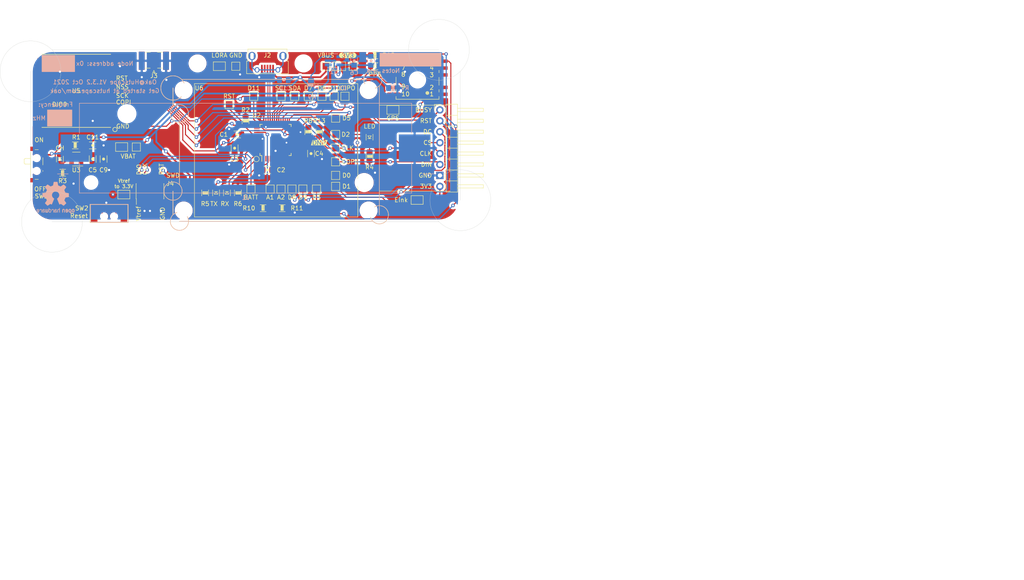
<source format=kicad_pcb>
(kicad_pcb (version 20171130) (host pcbnew "(5.1.4-0-10_14)")
  (title_block (title "Oak") (date "2021-10-05") (rev "V1.3.2") (company "Hutscape") (comment 1 "Description: Outdoor LoRa-GPS tracker with E-Ink display") (comment 2 "License: CC-BY-SA 4.0 or TAPR") (comment 3 "Project website: https://hutscape.com/oak") (comment 4 "Authored by: Sayanee Basu <sayanee@gmail.com>"))
  (layers (0 F.Cu signal) (31 B.Cu signal hide) (34 B.Paste user) (35 F.Paste user) (36 B.SilkS user) (37 F.SilkS user) (38 B.Mask user) (39 F.Mask user) (44 Edge.Cuts user))
  (net 0 "")
  (net 1 "Net-(C1-Pad2)")
  (net 2 "GND")
  (net 3 "+3V3")
  (net 4 "Net-(C5-Pad2)")
  (net 5 "Net-(C6-Pad1)")
  (net 6 "/VBUS")
  (net 7 "/VBAT")
  (net 8 "Net-(D2-Pad1)")
  (net 9 "Net-(D3-Pad2)")
  (net 10 "Net-(D3-Pad1)")
  (net 11 "/TX_LED")
  (net 12 "Net-(D4-Pad2)")
  (net 13 "Net-(D5-Pad2)")
  (net 14 "/RX_LED")
  (net 15 "Net-(J1-Pad1)")
  (net 16 "Net-(J2-Pad6)")
  (net 17 "Net-(J2-Pad4)")
  (net 18 "/USB_D+")
  (net 19 "/USB_D-")
  (net 20 "Net-(J3-Pad1)")
  (net 21 "/SWDIO")
  (net 22 "/SWCLK")
  (net 23 "Net-(J4-Pad6)")
  (net 24 "Net-(J4-Pad7)")
  (net 25 "Net-(J4-Pad8)")
  (net 26 "/RST")
  (net 27 "/BATT")
  (net 28 "/CIPO")
  (net 29 "/SDA")
  (net 30 "/A2")
  (net 31 "/CLK")
  (net 32 "/SCL")
  (net 33 "/A1")
  (net 34 "Net-(JP3-Pad2)")
  (net 35 "Net-(JP4-Pad2)")
  (net 36 "Net-(JP5-Pad2)")
  (net 37 "Net-(R1-Pad2)")
  (net 38 "Net-(R3-Pad2)")
  (net 39 "Net-(R9-Pad1)")
  (net 40 "Net-(SW1-Pad3)")
  (net 41 "Net-(U1-Pad4)")
  (net 42 "Net-(U2-Pad1)")
  (net 43 "Net-(U2-Pad2)")
  (net 44 "Net-(U2-Pad4)")
  (net 45 "Net-(U2-Pad9)")
  (net 46 "Net-(U2-Pad10)")
  (net 47 "Net-(U2-Pad22)")
  (net 48 "Net-(U2-Pad26)")
  (net 49 "Net-(U2-Pad37)")
  (net 50 "Net-(U2-Pad38)")
  (net 51 "Net-(U2-Pad41)")
  (net 52 "Net-(U2-Pad47)")
  (net 53 "Net-(U4-Pad1)")
  (net 54 "Net-(U4-Pad2)")
  (net 55 "Net-(U4-Pad8)")
  (net 56 "Net-(U4-Pad9)")
  (net 57 "Net-(U5-Pad16)")
  (net 58 "Net-(U5-Pad7)")
  (net 59 "Net-(U5-Pad15)")
  (net 60 "Net-(U5-Pad12)")
  (net 61 "Net-(U5-Pad11)")
  (net 62 "/COPI")
  (net 63 "Net-(U2-Pad13)")
  (net 64 "/GPS_RST")
  (net 65 "/EINK_RST")
  (net 66 "/EINK_DC")
  (net 67 "/LORA_CS")
  (net 68 "/EINK_BUSY")
  (net 69 "/LORA_RST")
  (net 70 "/EINK_CS")
  (net 71 "/GPS_RX")
  (net 72 "/GPS_TX")
  (net 73 "/LORA_DATA")
  (net 74 "Net-(J4-Pad1)")
  (net 75 "/LED")
  (net 76 "Net-(D6-Pad1)")
  (net 77 "Net-(U2-Pad28)")
  (module "TestPoint:TestPoint_Pad_1.5x1.5mm" (layer "F.Cu") (at 84.82 44.45)
    (fp_text reference "TP23" hide)
    (fp_text value "TestPoint_Probe" hide)
    (pad "1" smd rect (at 0 0) (size 1.5 1.5) (layers "F.Cu" "F.Mask") (net 26 "/RST"))
  )
  (module "TestPoint:TestPoint_Pad_1.5x1.5mm" (layer "F.Cu") (at 109.22 42.545)
    (fp_text reference "TP22" hide)
    (fp_text value "TestPoint_Probe" hide)
    (pad "1" smd rect (at 0 0) (size 1.5 1.5) (layers "F.Cu" "F.Mask") (net 70 "/EINK_CS"))
  )
  (module "TestPoint:TestPoint_Pad_1.5x1.5mm" (layer "F.Cu") (at 111.76 42.545)
    (fp_text reference "TP21" hide)
    (fp_text value "TestPoint_Probe" hide)
    (pad "1" smd rect (at 0 0) (size 1.5 1.5) (layers "F.Cu" "F.Mask") (net 28 "/CIPO"))
  )
  (module "TestPoint:TestPoint_Pad_1.5x1.5mm" (layer "F.Cu") (at 106.41 42.545)
    (fp_text reference "TP20" hide)
    (fp_text value "TestPoint_Probe" hide)
    (pad "1" smd rect (at 0 0) (size 1.5 1.5) (layers "F.Cu" "F.Mask") (net 69 "/LORA_RST"))
  )
  (module "TestPoint:TestPoint_Pad_1.5x1.5mm" (layer "F.Cu") (at 103.235 42.545)
    (fp_text reference "TP19" hide)
    (fp_text value "TestPoint_Probe" hide)
    (pad "1" smd rect (at 0 0) (size 1.5 1.5) (layers "F.Cu" "F.Mask") (net 68 "/EINK_BUSY"))
  )
  (module "TestPoint:TestPoint_Pad_1.5x1.5mm" (layer "F.Cu") (at 96.885 42.545)
    (fp_text reference "TP18" hide)
    (fp_text value "TestPoint_Probe" hide)
    (pad "1" smd rect (at 0 0) (size 1.5 1.5) (layers "F.Cu" "F.Mask") (net 32 "/SCL"))
  )
  (module "TestPoint:TestPoint_Pad_1.5x1.5mm" (layer "F.Cu") (at 100.06 42.545)
    (fp_text reference "TP17" hide)
    (fp_text value "TestPoint_Probe" hide)
    (pad "1" smd rect (at 0 0) (size 1.5 1.5) (layers "F.Cu" "F.Mask") (net 29 "/SDA"))
  )
  (module "TestPoint:TestPoint_Pad_1.5x1.5mm" (layer "F.Cu") (at 109.585 54.61)
    (fp_text reference "TP16" hide)
    (fp_text value "TestPoint_Probe" hide)
    (pad "1" smd rect (at 0 0) (size 1.5 1.5) (layers "F.Cu" "F.Mask") (net 31 "/CLK"))
  )
  (module "TestPoint:TestPoint_Pad_1.5x1.5mm" (layer "F.Cu") (at 109.585 47.625)
    (fp_text reference "TP15" hide)
    (fp_text value "TestPoint_Probe" hide)
    (pad "1" smd rect (at 0 0) (size 1.5 1.5) (layers "F.Cu" "F.Mask") (net 67 "/LORA_CS"))
  )
  (module "TestPoint:TestPoint_Pad_1.5x1.5mm" (layer "F.Cu") (at 109.585 51.435)
    (fp_text reference "TP14" hide)
    (fp_text value "TestPoint_Probe" hide)
    (pad "1" smd rect (at 0 0) (size 1.5 1.5) (layers "F.Cu" "F.Mask") (net 75 "/LED"))
  )
  (module "TestPoint:TestPoint_Pad_1.5x1.5mm" (layer "F.Cu") (at 109.585 60.96)
    (fp_text reference "TP13" hide)
    (fp_text value "TestPoint_Probe" hide)
    (pad "1" smd rect (at 0 0) (size 1.5 1.5) (layers "F.Cu" "F.Mask") (net 72 "/GPS_TX"))
  )
  (module "TestPoint:TestPoint_Pad_1.5x1.5mm" (layer "F.Cu") (at 109.585 63.5)
    (fp_text reference "TP12" hide)
    (fp_text value "TestPoint_Probe" hide)
    (pad "1" smd rect (at 0 0) (size 1.5 1.5) (layers "F.Cu" "F.Mask") (net 71 "/GPS_RX"))
  )
  (module "TestPoint:TestPoint_Pad_1.5x1.5mm" (layer "F.Cu") (at 105.14 64.135)
    (fp_text reference "TP11" hide)
    (fp_text value "TestPoint_Probe" hide)
    (pad "1" smd rect (at 0 0) (size 1.5 1.5) (layers "F.Cu" "F.Mask") (net 64 "/GPS_RST"))
  )
  (module "TestPoint:TestPoint_Pad_1.5x1.5mm" (layer "F.Cu") (at 101.965 64.135)
    (fp_text reference "TP10" hide)
    (fp_text value "TestPoint_Probe" hide)
    (pad "1" smd rect (at 0 0) (size 1.5 1.5) (layers "F.Cu" "F.Mask") (net 66 "/EINK_DC"))
  )
  (module "TestPoint:TestPoint_Pad_1.5x1.5mm" (layer "F.Cu") (at 99.425 64.135)
    (fp_text reference "TP9" hide)
    (fp_text value "TestPoint_Probe" hide)
    (pad "1" smd rect (at 0 0) (size 1.5 1.5) (layers "F.Cu" "F.Mask") (net 65 "/EINK_RST"))
  )
  (module "TestPoint:TestPoint_Pad_1.5x1.5mm" (layer "F.Cu") (at 89.9 64.135)
    (fp_text reference "TP8" hide)
    (fp_text value "TestPoint_Probe" hide)
    (pad "1" smd rect (at 0 0) (size 1.5 1.5) (layers "F.Cu" "F.Mask") (net 27 "/BATT"))
  )
  (module "TestPoint:TestPoint_Pad_1.5x1.5mm" (layer "F.Cu") (at 94.345 64.135)
    (fp_text reference "TP7" hide)
    (fp_text value "TestPoint_Probe" hide)
    (pad "1" smd rect (at 0 0) (size 1.5 1.5) (layers "F.Cu" "F.Mask") (net 33 "/A1"))
  )
  (module "TestPoint:TestPoint_Pad_1.5x1.5mm" (layer "F.Cu") (at 96.885 64.135)
    (fp_text reference "TP6" hide)
    (fp_text value "TestPoint_Probe" hide)
    (pad "1" smd rect (at 0 0) (size 1.5 1.5) (layers "F.Cu" "F.Mask") (net 30 "/A2"))
  )
  (module "TestPoint:TestPoint_Pad_1.5x1.5mm" (layer "F.Cu") (at 109.585 57.785 -90)
    (fp_text reference "TP5" hide)
    (fp_text value "TestPoint_Probe" hide)
    (pad "1" smd rect (at 0 0 270) (size 1.5 1.5) (layers "F.Cu" "F.Mask") (net 62 "/COPI"))
  )
  (module "TestPoint:TestPoint_Pad_1.5x1.5mm" (layer "F.Cu") (at 113.665 35.56)
    (fp_text reference "TP4" hide)
    (fp_text value "TestPoint_Probe" hide)
    (pad "1" smd rect (at 0 0) (size 1.5 1.5) (layers "F.Cu" "F.Mask") (net 3 "+3V3"))
  )
  (module "TestPoint:TestPoint_Pad_1.5x1.5mm" (layer "F.Cu") (at 86.36 35.56)
    (fp_text reference "TP3" hide)
    (fp_text value "TestPoint_Probe" hide)
    (pad "1" smd rect (at 0 0) (size 1.5 1.5) (layers "F.Cu" "F.Mask") (net 2 "GND"))
  )
  (module "TestPoint:TestPoint_Pad_1.5x1.5mm" (layer "F.Cu") (at 107.315 35.56)
    (fp_text reference "TP2" hide)
    (fp_text value "TestPoint_Probe" hide)
    (pad "1" smd rect (at 0 0) (size 1.5 1.5) (layers "F.Cu" "F.Mask") (net 6 "/VBUS"))
  )
  (module "TestPoint:TestPoint_Pad_1.5x1.5mm" (layer "F.Cu") (at 63.23 54.356)
    (fp_text reference "TP1" hide)
    (fp_text value "TestPoint_Probe" hide)
    (pad "1" smd rect (at 0 0) (size 1.5 1.5) (layers "F.Cu" "F.Mask") (net 7 "/VBAT"))
  )
  (module "Passives_0805:C_0805_2012Metric_Pad1.15x1.40mm_HandSolder" (layer "F.Cu") (at 86.725 51.435)
    (fp_text reference "C1" (at -3.175 0) (layer "F.SilkS"))
    (fp_text value "1uF")
    (pad "1" smd roundrect (at -1.025 0) (size 1.15 1.4) (layers "F.Cu" "F.Paste" "F.Mask") (roundrect_rratio 0.2173904348) (net 2 "GND"))
    (pad "2" smd roundrect (at 1.025 0) (size 1.15 1.4) (layers "F.Cu" "F.Paste" "F.Mask") (roundrect_rratio 0.2173904348) (net 1 "Net-(C1-Pad2)"))
  )
  (module "Passives_0805:C_0805_2012Metric_Pad1.15x1.40mm_HandSolder" (layer "F.Cu") (at 93.71 59.69 180)
    (fp_text reference "C2" (at -3.175 0) (layer "F.SilkS"))
    (fp_text value "100nF")
    (pad "1" smd roundrect (at -1.025 0 180) (size 1.15 1.4) (layers "F.Cu" "F.Paste" "F.Mask") (roundrect_rratio 0.2173904348) (net 3 "+3V3"))
    (pad "2" smd roundrect (at 1.025 0 180) (size 1.15 1.4) (layers "F.Cu" "F.Paste" "F.Mask") (roundrect_rratio 0.2173904348) (net 2 "GND"))
  )
  (module "Passives_0805:C_0805_2012Metric_Pad1.15x1.40mm_HandSolder" (layer "F.Cu") (at 86.09 54.61 -90)
    (fp_text reference "C3" (at 2.54 0 180) (layer "F.SilkS"))
    (fp_text value "100nF")
    (pad "1" smd roundrect (at -1.025 0 270) (size 1.15 1.4) (layers "F.Cu" "F.Paste" "F.Mask") (roundrect_rratio 0.2173904348) (net 3 "+3V3"))
    (pad "2" smd roundrect (at 1.025 0 270) (size 1.15 1.4) (layers "F.Cu" "F.Paste" "F.Mask") (roundrect_rratio 0.2173904348) (net 2 "GND"))
  )
  (module "Passives_0805:C_0805_2012Metric_Pad1.15x1.40mm_HandSolder" (layer "F.Cu") (at 103.87 55.88 -90)
    (fp_text reference "C4" (at 0 -1.905 180) (layer "F.SilkS"))
    (fp_text value "100nF" hide)
    (pad "1" smd roundrect (at -1.025 0 270) (size 1.15 1.4) (layers "F.Cu" "F.Paste" "F.Mask") (roundrect_rratio 0.2173904348) (net 3 "+3V3"))
    (pad "2" smd roundrect (at 1.025 0 270) (size 1.15 1.4) (layers "F.Cu" "F.Paste" "F.Mask") (roundrect_rratio 0.2173904348) (net 2 "GND"))
  )
  (module "Passives_0805:C_0805_2012Metric_Pad1.15x1.40mm_HandSolder" (layer "F.Cu") (at 53.07 57.15 90)
    (fp_text reference "C5" (at -2.54 0 180) (layer "F.SilkS"))
    (fp_text value "10uF")
    (pad "1" smd roundrect (at -1.025 0 90) (size 1.15 1.4) (layers "F.Cu" "F.Paste" "F.Mask") (roundrect_rratio 0.2173904348) (net 2 "GND"))
    (pad "2" smd roundrect (at 1.025 0 90) (size 1.15 1.4) (layers "F.Cu" "F.Paste" "F.Mask") (roundrect_rratio 0.2173904348) (net 4 "Net-(C5-Pad2)"))
  )
  (module "Passives_0805:C_0805_2012Metric_Pad1.15x1.40mm_HandSolder" (layer "F.Cu") (at 55.61 57.15 90)
    (fp_text reference "C9" (at -2.54 0 180) (layer "F.SilkS"))
    (fp_text value "1uF")
    (pad "1" smd roundrect (at -1.025 0 90) (size 1.15 1.4) (layers "F.Cu" "F.Paste" "F.Mask") (roundrect_rratio 0.2173904348) (net 2 "GND"))
    (pad "2" smd roundrect (at 1.025 0 90) (size 1.15 1.4) (layers "F.Cu" "F.Paste" "F.Mask") (roundrect_rratio 0.2173904348) (net 4 "Net-(C5-Pad2)"))
  )
  (module "Passives_0805:C_0805_2012Metric_Pad1.15x1.40mm_HandSolder" (layer "F.Cu") (at 53.07 53.975 180)
    (fp_text reference "C11" (at 0 1.905) (layer "F.SilkS"))
    (fp_text value "10uF")
    (pad "1" smd roundrect (at -1.025 0 180) (size 1.15 1.4) (layers "F.Cu" "F.Paste" "F.Mask") (roundrect_rratio 0.2173904348) (net 2 "GND"))
    (pad "2" smd roundrect (at 1.025 0 180) (size 1.15 1.4) (layers "F.Cu" "F.Paste" "F.Mask") (roundrect_rratio 0.2173904348) (net 6 "/VBUS"))
  )
  (module "Passives_0805:LED_0805_2012Metric_Pad1.15x1.40mm_HandSolder" (layer "F.Cu") (at 45.45 57.15 -90)
    (fp_text reference "D2" hide)
    (fp_text value "ORANGE")
    (pad "1" smd roundrect (at -1.025 0 270) (size 1.15 1.4) (layers "F.Cu" "F.Paste" "F.Mask") (roundrect_rratio 0.217) (net 8 "Net-(D2-Pad1)"))
    (pad "2" smd roundrect (at 1.025 0 270) (size 1.15 1.4) (layers "F.Cu" "F.Paste" "F.Mask") (roundrect_rratio 0.217) (net 6 "/VBUS"))
  )
  (module "Passives_0805:LED_0805_2012Metric_Pad1.15x1.40mm_HandSolder" (layer "F.Cu") (at 118.745 35.56)
    (fp_text reference "D3" hide)
    (fp_text value "RED")
    (pad "1" smd roundrect (at -1.025 0) (size 1.15 1.4) (layers "F.Cu" "F.Paste" "F.Mask") (roundrect_rratio 0.217) (net 10 "Net-(D3-Pad1)"))
    (pad "2" smd roundrect (at 1.025 0) (size 1.15 1.4) (layers "F.Cu" "F.Paste" "F.Mask") (roundrect_rratio 0.217) (net 9 "Net-(D3-Pad2)"))
  )
  (module "Passives_0805:LED_0805_2012Metric_Pad1.15x1.40mm_HandSolder" (layer "F.Cu") (at 81.772 65.024 -90)
    (fp_text reference "D4" hide)
    (fp_text value "YELLOW" hide)
    (pad "1" smd roundrect (at -1.025 0 270) (size 1.15 1.4) (layers "F.Cu" "F.Paste" "F.Mask") (roundrect_rratio 0.217) (net 11 "/TX_LED"))
    (pad "2" smd roundrect (at 1.025 0 270) (size 1.15 1.4) (layers "F.Cu" "F.Paste" "F.Mask") (roundrect_rratio 0.217) (net 12 "Net-(D4-Pad2)"))
  )
  (module "Passives_0805:LED_0805_2012Metric_Pad1.15x1.40mm_HandSolder" (layer "F.Cu") (at 84.312 65.024 -90)
    (fp_text reference "D5" hide)
    (fp_text value "YELLOW" hide)
    (pad "1" smd roundrect (at -1.025 0 270) (size 1.15 1.4) (layers "F.Cu" "F.Paste" "F.Mask") (roundrect_rratio 0.217) (net 14 "/RX_LED"))
    (pad "2" smd roundrect (at 1.025 0 270) (size 1.15 1.4) (layers "F.Cu" "F.Paste" "F.Mask") (roundrect_rratio 0.217) (net 13 "Net-(D5-Pad2)"))
  )
  (module "Connector_USB-B_Horizontal:USB_Micro-B_Horizontal-U254-051T-4BH23-S2B" (layer "F.Cu") (at 93.71 34.29 180)
    (fp_text reference "J2" (at 0 1.27) (layer "F.SilkS"))
    (fp_text value "USB_B_Micro")
    (pad "1" smd rect (at -1.325 -1.765 270) (size 1.65 0.4) (layers "F.Cu" "F.Paste" "F.Mask") (net 6 "/VBUS"))
    (pad "2" smd rect (at -0.675 -1.765 270) (size 1.65 0.4) (layers "F.Cu" "F.Paste" "F.Mask") (net 19 "/USB_D-"))
    (pad "3" smd rect (at -0.025 -1.765 270) (size 1.65 0.4) (layers "F.Cu" "F.Paste" "F.Mask") (net 18 "/USB_D+"))
    (pad "4" smd rect (at 0.625 -1.765 270) (size 1.65 0.4) (layers "F.Cu" "F.Paste" "F.Mask") (net 17 "Net-(J2-Pad4)"))
    (pad "5" smd rect (at 1.275 -1.765 270) (size 1.65 0.4) (layers "F.Cu" "F.Paste" "F.Mask") (net 2 "GND"))
    (pad "6" thru_hole oval (at 3.575 1.115 180) (size 1.7 1.9) (drill oval 0.8 1.5) (layers *.Cu *.Mask) (net 16 "Net-(J2-Pad6)"))
    (pad "6" thru_hole oval (at -3.625 1.115 180) (size 1.7 1.9) (drill oval 0.8 1.5) (layers *.Cu *.Mask) (net 16 "Net-(J2-Pad6)"))
    (pad "6" thru_hole oval (at 2.395 -2.1136 180) (size 1.05 1.25) (drill oval 0.65 0.85) (layers *.Cu *.Mask) (net 16 "Net-(J2-Pad6)"))
    (pad "6" thru_hole oval (at -2.445 -2.1136 180) (size 1.05 1.25) (drill oval 0.65 0.85) (layers *.Cu *.Mask) (net 16 "Net-(J2-Pad6)"))
  )
  (module "Connector_Coaxial:SMA_Samtec_SMA-J-P-X-ST-EM1_EdgeMount" (layer "F.Cu") (at 67.31 34.29 180)
    (fp_text reference "J3" (at 0 -3.5) (layer "F.SilkS"))
    (fp_text value "Conn_Coaxial")
    (pad "1" smd rect (at 0 0.2 180) (size 1.27 3.6) (layers "F.Cu" "F.Paste" "F.Mask") (net 20 "Net-(J3-Pad1)"))
    (pad "2" smd rect (at 2.825 0 180) (size 1.35 4.2) (layers "B.Cu" "B.Paste" "B.Mask") (net 2 "GND"))
    (pad "2" smd rect (at 2.825 0 180) (size 1.35 4.2) (layers "F.Cu" "F.Paste" "F.Mask") (net 2 "GND"))
    (pad "2" smd rect (at -2.825 0 180) (size 1.35 4.2) (layers "B.Cu" "B.Paste" "B.Mask") (net 2 "GND"))
    (pad "2" smd rect (at -2.825 0 180) (size 1.35 4.2) (layers "F.Cu" "F.Paste" "F.Mask") (net 2 "GND"))
  )
  (module "Jumper:SolderJumper-2_P1.3mm_Open_TrianglePad1.0x1.5mm" (layer "F.Cu") (at 110.49 35.56 180)
    (fp_text reference "JP1" hide)
    (fp_text value "SolderJumper_2_Open" hide)
    (pad "1" smd custom (at -0.725 0 180) (size 0.3 0.3) (layers "F.Cu" "F.Mask") (net 3 "+3V3") (options (clearance outline) (anchor rect)))
    (pad "2" smd custom (at 0.725 0 180) (size 0.3 0.3) (layers "F.Cu" "F.Mask") (net 5 "Net-(C6-Pad1)") (options (clearance outline) (anchor rect)))
  )
  (module "Jumper:SolderJumper-2_P1.3mm_Open_TrianglePad1.0x1.5mm" (layer "F.Cu") (at 59.801 54.356 180)
    (fp_text reference "JP2" hide)
    (fp_text value "SolderJumper_2_Open" hide)
    (pad "1" smd custom (at -0.725 0 180) (size 0.3 0.3) (layers "F.Cu" "F.Mask") (net 7 "/VBAT") (options (clearance outline) (anchor rect)))
    (pad "2" smd custom (at 0.725 0 180) (size 0.3 0.3) (layers "F.Cu" "F.Mask") (net 4 "Net-(C5-Pad2)") (options (clearance outline) (anchor rect)))
  )
  (module "Jumper:SolderJumper-2_P1.3mm_Open_TrianglePad1.0x1.5mm" (layer "F.Cu") (at 122.92 45.72)
    (fp_text reference "JP3" hide)
    (fp_text value "SolderJumper_2_Open" hide)
    (pad "1" smd custom (at -0.725 0) (size 0.3 0.3) (layers "F.Cu" "F.Mask") (net 3 "+3V3") (options (clearance outline) (anchor rect)))
    (pad "2" smd custom (at 0.725 0) (size 0.3 0.3) (layers "F.Cu" "F.Mask") (net 34 "Net-(JP3-Pad2)") (options (clearance outline) (anchor rect)))
  )
  (module "Jumper:SolderJumper-2_P1.3mm_Open_TrianglePad1.0x1.5mm" (layer "F.Cu") (at 82.55 35.56)
    (fp_text reference "JP4" hide)
    (fp_text value "SolderJumper_2_Open" hide)
    (pad "1" smd custom (at -0.725 0) (size 0.3 0.3) (layers "F.Cu" "F.Mask") (net 3 "+3V3") (options (clearance outline) (anchor rect)))
    (pad "2" smd custom (at 0.725 0) (size 0.3 0.3) (layers "F.Cu" "F.Mask") (net 35 "Net-(JP4-Pad2)") (options (clearance outline) (anchor rect)))
  )
  (module "Jumper:SolderJumper-2_P1.3mm_Open_TrianglePad1.0x1.5mm" (layer "F.Cu") (at 128.545 66.675)
    (fp_text reference "JP5" hide)
    (fp_text value "SolderJumper_2_Open" hide)
    (pad "1" smd custom (at -0.725 0) (size 0.3 0.3) (layers "F.Cu" "F.Mask") (net 3 "+3V3") (options (clearance outline) (anchor rect)))
    (pad "2" smd custom (at 0.725 0) (size 0.3 0.3) (layers "F.Cu" "F.Mask") (net 36 "Net-(JP5-Pad2)") (options (clearance outline) (anchor rect)))
  )
  (module "Passives_0805:R_0805_2012Metric_Pad1.15x1.40mm_HandSolder" (layer "F.Cu") (at 49.015 53.975)
    (fp_text reference "R1" (at 0.245 -1.905) (layer "F.SilkS"))
    (fp_text value "1k")
    (pad "1" smd roundrect (at -1.025 0) (size 1.15 1.4) (layers "F.Cu" "F.Paste" "F.Mask") (roundrect_rratio 0.2173904348) (net 8 "Net-(D2-Pad1)"))
    (pad "2" smd roundrect (at 1.025 0) (size 1.15 1.4) (layers "F.Cu" "F.Paste" "F.Mask") (roundrect_rratio 0.2173904348) (net 37 "Net-(R1-Pad2)"))
  )
  (module "Passives_0805:R_0805_2012Metric_Pad1.15x1.40mm_HandSolder" (layer "F.Cu") (at 88.63 48.26 -90)
    (fp_text reference "R2" (at -2.54 0 180) (layer "F.SilkS"))
    (fp_text value "10k")
    (pad "1" smd roundrect (at -1.025 0 270) (size 1.15 1.4) (layers "F.Cu" "F.Paste" "F.Mask") (roundrect_rratio 0.2173904348) (net 3 "+3V3"))
    (pad "2" smd roundrect (at 1.025 0 270) (size 1.15 1.4) (layers "F.Cu" "F.Paste" "F.Mask") (roundrect_rratio 0.2173904348) (net 26 "/RST"))
  )
  (module "Passives_0805:R_0805_2012Metric_Pad1.15x1.40mm_HandSolder" (layer "F.Cu") (at 46.085 60.325 180)
    (fp_text reference "R3" (at 0 -1.905) (layer "F.SilkS"))
    (fp_text value "10k")
    (pad "1" smd roundrect (at -1.025 0 180) (size 1.15 1.4) (layers "F.Cu" "F.Paste" "F.Mask") (roundrect_rratio 0.2173904348) (net 2 "GND"))
    (pad "2" smd roundrect (at 1.025 0 180) (size 1.15 1.4) (layers "F.Cu" "F.Paste" "F.Mask") (roundrect_rratio 0.2173904348) (net 38 "Net-(R3-Pad2)"))
  )
  (module "Passives_0805:R_0805_2012Metric_Pad1.15x1.40mm_HandSolder" (layer "F.Cu") (at 79.232 65.024 -90)
    (fp_text reference "R5" (at 2.54 0 180) (layer "F.SilkS"))
    (fp_text value "1k")
    (pad "1" smd roundrect (at -1.025 0 270) (size 1.15 1.4) (layers "F.Cu" "F.Paste" "F.Mask") (roundrect_rratio 0.2173904348) (net 3 "+3V3"))
    (pad "2" smd roundrect (at 1.025 0 270) (size 1.15 1.4) (layers "F.Cu" "F.Paste" "F.Mask") (roundrect_rratio 0.2173904348) (net 12 "Net-(D4-Pad2)"))
  )
  (module "Passives_0805:R_0805_2012Metric_Pad1.15x1.40mm_HandSolder" (layer "F.Cu") (at 86.852 65.024 -90)
    (fp_text reference "R6" (at 2.54 0 180) (layer "F.SilkS"))
    (fp_text value "1k")
    (pad "1" smd roundrect (at -1.025 0 270) (size 1.15 1.4) (layers "F.Cu" "F.Paste" "F.Mask") (roundrect_rratio 0.2173904348) (net 3 "+3V3"))
    (pad "2" smd roundrect (at 1.025 0 270) (size 1.15 1.4) (layers "F.Cu" "F.Paste" "F.Mask") (roundrect_rratio 0.2173904348) (net 13 "Net-(D5-Pad2)"))
  )
  (module "Passives_0805:R_0805_2012Metric_Pad1.15x1.40mm_HandSolder" (layer "F.Cu") (at 103.235 50.8 90)
    (fp_text reference "R8" (at 2.54 0 180) (layer "F.SilkS"))
    (fp_text value "1k")
    (pad "1" smd roundrect (at -1.025 0 90) (size 1.15 1.4) (layers "F.Cu" "F.Paste" "F.Mask") (roundrect_rratio 0.2173904348) (net 31 "/CLK"))
    (pad "2" smd roundrect (at 1.025 0 90) (size 1.15 1.4) (layers "F.Cu" "F.Paste" "F.Mask") (roundrect_rratio 0.2173904348) (net 2 "GND"))
  )
  (module "Passives_0805:R_0805_2012Metric_Pad1.15x1.40mm_HandSolder" (layer "F.Cu") (at 92.71 68.58)
    (fp_text reference "R10" (at -3.302 0) (layer "F.SilkS"))
    (fp_text value "100k")
    (pad "1" smd roundrect (at -1.025 0) (size 1.15 1.4) (layers "F.Cu" "F.Paste" "F.Mask") (roundrect_rratio 0.2173904348) (net 7 "/VBAT"))
    (pad "2" smd roundrect (at 1.025 0) (size 1.15 1.4) (layers "F.Cu" "F.Paste" "F.Mask") (roundrect_rratio 0.2173904348) (net 27 "/BATT"))
  )
  (module "Passives_0805:R_0805_2012Metric_Pad1.15x1.40mm_HandSolder" (layer "F.Cu") (at 97.155 68.58)
    (fp_text reference "R11" (at 3.429 0) (layer "F.SilkS"))
    (fp_text value "100k")
    (pad "1" smd roundrect (at -1.025 0) (size 1.15 1.4) (layers "F.Cu" "F.Paste" "F.Mask") (roundrect_rratio 0.2173904348) (net 27 "/BATT"))
    (pad "2" smd roundrect (at 1.025 0) (size 1.15 1.4) (layers "F.Cu" "F.Paste" "F.Mask") (roundrect_rratio 0.2173904348) (net 2 "GND"))
  )
  (module "Package_TO_SOT_SMD:SOT-23-5" (layer "F.Cu") (at 49.26 57.15 180)
    (fp_text reference "U3" (at 0 -2.54) (layer "F.SilkS"))
    (fp_text value "MCP7383" hide)
    (pad "1" smd rect (at -1.1 -0.95 180) (size 1.06 0.65) (layers "F.Cu" "F.Paste" "F.Mask") (net 37 "Net-(R1-Pad2)"))
    (pad "2" smd rect (at -1.1 0 180) (size 1.06 0.65) (layers "F.Cu" "F.Paste" "F.Mask") (net 2 "GND"))
    (pad "3" smd rect (at -1.1 0.95 180) (size 1.06 0.65) (layers "F.Cu" "F.Paste" "F.Mask") (net 4 "Net-(C5-Pad2)"))
    (pad "4" smd rect (at 1.1 0.95 180) (size 1.06 0.65) (layers "F.Cu" "F.Paste" "F.Mask") (net 6 "/VBUS"))
    (pad "5" smd rect (at 1.1 -0.95 180) (size 1.06 0.65) (layers "F.Cu" "F.Paste" "F.Mask") (net 38 "Net-(R3-Pad2)"))
  )
  (module "CDTop_PA1010D_GPS:CDTop_MT3333_PA1010D" (layer "F.Cu") (at 128.635 38.735 180)
    (fp_text reference "U4" (at 0.07 3.71) (layer "F.SilkS"))
    (fp_text value "PA1010D")
    (fp_text user "9" (at 3.302 -1.524) (layer "F.SilkS"))
    (fp_text user "4" (at -3.302 2.794) (layer "F.SilkS"))
    (fp_text user "5" (at -3.302 4.318) (layer "F.SilkS"))
    (fp_text user "6" (at 3.302 4.318) (layer "F.SilkS"))
    (fp_text user "2" (at -3.302 -1.778) (layer "F.SilkS"))
    (fp_text user "10" (at 2.794 -3.302) (layer "F.SilkS"))
    (fp_text user "7" (at 3.302 2.794) (layer "F.SilkS"))
    (fp_text user "8" (at 3.302 1.27) (layer "F.SilkS"))
    (fp_text user "3" (at -3.302 1.143) (layer "F.SilkS"))
    (fp_text user "1" (at -3.302 -3.302) (layer "F.SilkS"))
    (pad "" np_thru_hole circle (at 0 0 180) (size 3 3) (drill 3) (layers *.Cu *.Mask))
    (pad "1" smd rect (at -5.5 -3.35 180) (size 3 0.8) (layers "F.Cu" "F.Paste" "F.Mask") (net 53 "Net-(U4-Pad1)"))
    (pad "2" smd rect (at -5.5 -1.75 180) (size 3 0.8) (layers "F.Cu" "F.Paste" "F.Mask") (net 54 "Net-(U4-Pad2)"))
    (pad "3" smd rect (at -5.5 1.15 180) (size 3 0.8) (layers "F.Cu" "F.Paste" "F.Mask") (net 9 "Net-(D3-Pad2)"))
    (pad "4" smd rect (at -5.5 2.75 180) (size 3 0.8) (layers "F.Cu" "F.Paste" "F.Mask") (net 72 "/GPS_TX"))
    (pad "5" smd rect (at -5.5 4.35 180) (size 3 0.8) (layers "F.Cu" "F.Paste" "F.Mask") (net 71 "/GPS_RX"))
    (pad "6" smd rect (at 5.5 4.35 180) (size 3 0.8) (layers "F.Cu" "F.Paste" "F.Mask") (net 64 "/GPS_RST"))
    (pad "7" smd rect (at 5.5 2.75 180) (size 3 0.8) (layers "F.Cu" "F.Paste" "F.Mask") (net 2 "GND"))
    (pad "8" smd rect (at 5.5 1.15 180) (size 3 0.8) (layers "F.Cu" "F.Paste" "F.Mask") (net 55 "Net-(U4-Pad8)"))
    (pad "9" smd rect (at 5.5 -1.75 180) (size 3 0.8) (layers "F.Cu" "F.Paste" "F.Mask") (net 56 "Net-(U4-Pad9)"))
    (pad "10" smd rect (at 5.5 -3.35 180) (size 3 0.8) (layers "F.Cu" "F.Paste" "F.Mask") (net 34 "Net-(JP3-Pad2)"))
  )
  (module "Package_QFP:TQFP-48_7x7mm_P0.5mm" (layer "F.Cu") (at 95.615 52.705 90)
    (fp_text reference "U2" (at 5.715 -4.445 180) (layer "F.SilkS"))
    (fp_text value "ATSAMD21")
    (pad "1" smd rect (at -4.35 -2.75 90) (size 1.3 0.25) (layers "F.Cu" "F.Paste" "F.Mask") (net 42 "Net-(U2-Pad1)"))
    (pad "2" smd rect (at -4.35 -2.25 90) (size 1.3 0.25) (layers "F.Cu" "F.Paste" "F.Mask") (net 43 "Net-(U2-Pad2)"))
    (pad "3" smd rect (at -4.35 -1.75 90) (size 1.3 0.25) (layers "F.Cu" "F.Paste" "F.Mask") (net 27 "/BATT"))
    (pad "4" smd rect (at -4.35 -1.25 90) (size 1.3 0.25) (layers "F.Cu" "F.Paste" "F.Mask") (net 44 "Net-(U2-Pad4)"))
    (pad "5" smd rect (at -4.35 -0.75 90) (size 1.3 0.25) (layers "F.Cu" "F.Paste" "F.Mask") (net 2 "GND"))
    (pad "6" smd rect (at -4.35 -0.25 90) (size 1.3 0.25) (layers "F.Cu" "F.Paste" "F.Mask") (net 3 "+3V3"))
    (pad "7" smd rect (at -4.35 0.25 90) (size 1.3 0.25) (layers "F.Cu" "F.Paste" "F.Mask") (net 33 "/A1"))
    (pad "8" smd rect (at -4.35 0.75 90) (size 1.3 0.25) (layers "F.Cu" "F.Paste" "F.Mask") (net 30 "/A2"))
    (pad "9" smd rect (at -4.35 1.25 90) (size 1.3 0.25) (layers "F.Cu" "F.Paste" "F.Mask") (net 45 "Net-(U2-Pad9)"))
    (pad "10" smd rect (at -4.35 1.75 90) (size 1.3 0.25) (layers "F.Cu" "F.Paste" "F.Mask") (net 46 "Net-(U2-Pad10)"))
    (pad "11" smd rect (at -4.35 2.25 90) (size 1.3 0.25) (layers "F.Cu" "F.Paste" "F.Mask") (net 65 "/EINK_RST"))
    (pad "12" smd rect (at -4.35 2.75 90) (size 1.3 0.25) (layers "F.Cu" "F.Paste" "F.Mask") (net 66 "/EINK_DC"))
    (pad "13" smd rect (at -2.75 4.35 180) (size 1.3 0.25) (layers "F.Cu" "F.Paste" "F.Mask") (net 63 "Net-(U2-Pad13)"))
    (pad "14" smd rect (at -2.25 4.35 180) (size 1.3 0.25) (layers "F.Cu" "F.Paste" "F.Mask") (net 64 "/GPS_RST"))
    (pad "15" smd rect (at -1.75 4.35 180) (size 1.3 0.25) (layers "F.Cu" "F.Paste" "F.Mask") (net 71 "/GPS_RX"))
    (pad "16" smd rect (at -1.25 4.35 180) (size 1.3 0.25) (layers "F.Cu" "F.Paste" "F.Mask") (net 72 "/GPS_TX"))
    (pad "17" smd rect (at -0.75 4.35 180) (size 1.3 0.25) (layers "F.Cu" "F.Paste" "F.Mask") (net 3 "+3V3"))
    (pad "18" smd rect (at -0.25 4.35 180) (size 1.3 0.25) (layers "F.Cu" "F.Paste" "F.Mask") (net 2 "GND"))
    (pad "19" smd rect (at 0.25 4.35 180) (size 1.3 0.25) (layers "F.Cu" "F.Paste" "F.Mask") (net 62 "/COPI"))
    (pad "20" smd rect (at 0.75 4.35 180) (size 1.3 0.25) (layers "F.Cu" "F.Paste" "F.Mask") (net 31 "/CLK"))
    (pad "21" smd rect (at 1.25 4.35 180) (size 1.3 0.25) (layers "F.Cu" "F.Paste" "F.Mask") (net 28 "/CIPO"))
    (pad "22" smd rect (at 1.75 4.35 180) (size 1.3 0.25) (layers "F.Cu" "F.Paste" "F.Mask") (net 47 "Net-(U2-Pad22)"))
    (pad "23" smd rect (at 2.25 4.35 180) (size 1.3 0.25) (layers "F.Cu" "F.Paste" "F.Mask") (net 75 "/LED"))
    (pad "24" smd rect (at 2.75 4.35 180) (size 1.3 0.25) (layers "F.Cu" "F.Paste" "F.Mask") (net 67 "/LORA_CS"))
    (pad "25" smd rect (at 4.35 2.75 90) (size 1.3 0.25) (layers "F.Cu" "F.Paste" "F.Mask") (net 73 "/LORA_DATA"))
    (pad "26" smd rect (at 4.35 2.25 90) (size 1.3 0.25) (layers "F.Cu" "F.Paste" "F.Mask") (net 48 "Net-(U2-Pad26)"))
    (pad "27" smd rect (at 4.35 1.75 90) (size 1.3 0.25) (layers "F.Cu" "F.Paste" "F.Mask") (net 70 "/EINK_CS"))
    (pad "28" smd rect (at 4.35 1.25 90) (size 1.3 0.25) (layers "F.Cu" "F.Paste" "F.Mask") (net 77 "Net-(U2-Pad28)"))
    (pad "29" smd rect (at 4.35 0.75 90) (size 1.3 0.25) (layers "F.Cu" "F.Paste" "F.Mask") (net 69 "/LORA_RST"))
    (pad "30" smd rect (at 4.35 0.25 90) (size 1.3 0.25) (layers "F.Cu" "F.Paste" "F.Mask") (net 68 "/EINK_BUSY"))
    (pad "31" smd rect (at 4.35 -0.25 90) (size 1.3 0.25) (layers "F.Cu" "F.Paste" "F.Mask") (net 29 "/SDA"))
    (pad "32" smd rect (at 4.35 -0.75 90) (size 1.3 0.25) (layers "F.Cu" "F.Paste" "F.Mask") (net 32 "/SCL"))
    (pad "33" smd rect (at 4.35 -1.25 90) (size 1.3 0.25) (layers "F.Cu" "F.Paste" "F.Mask") (net 19 "/USB_D-"))
    (pad "34" smd rect (at 4.35 -1.75 90) (size 1.3 0.25) (layers "F.Cu" "F.Paste" "F.Mask") (net 18 "/USB_D+"))
    (pad "35" smd rect (at 4.35 -2.25 90) (size 1.3 0.25) (layers "F.Cu" "F.Paste" "F.Mask") (net 2 "GND") (clearance 0.25))
    (pad "36" smd rect (at 4.35 -2.75 90) (size 1.3 0.25) (layers "F.Cu" "F.Paste" "F.Mask") (net 3 "+3V3"))
    (pad "37" smd rect (at 2.75 -4.35 180) (size 1.3 0.25) (layers "F.Cu" "F.Paste" "F.Mask") (net 49 "Net-(U2-Pad37)"))
    (pad "38" smd rect (at 2.25 -4.35 180) (size 1.3 0.25) (layers "F.Cu" "F.Paste" "F.Mask") (net 50 "Net-(U2-Pad38)"))
    (pad "39" smd rect (at 1.75 -4.35 180) (size 1.3 0.25) (layers "F.Cu" "F.Paste" "F.Mask") (net 11 "/TX_LED"))
    (pad "40" smd rect (at 1.25 -4.35 180) (size 1.3 0.25) (layers "F.Cu" "F.Paste" "F.Mask") (net 26 "/RST"))
    (pad "41" smd rect (at 0.75 -4.35 180) (size 1.3 0.25) (layers "F.Cu" "F.Paste" "F.Mask") (net 51 "Net-(U2-Pad41)"))
    (pad "42" smd rect (at 0.25 -4.35 180) (size 1.3 0.25) (layers "F.Cu" "F.Paste" "F.Mask") (net 2 "GND") (clearance 0.25))
    (pad "43" smd rect (at -0.25 -4.35 180) (size 1.3 0.25) (layers "F.Cu" "F.Paste" "F.Mask") (net 1 "Net-(C1-Pad2)"))
    (pad "44" smd rect (at -0.75 -4.35 180) (size 1.3 0.25) (layers "F.Cu" "F.Paste" "F.Mask") (net 3 "+3V3"))
    (pad "45" smd rect (at -1.25 -4.35 180) (size 1.3 0.25) (layers "F.Cu" "F.Paste" "F.Mask") (net 22 "/SWCLK"))
    (pad "46" smd rect (at -1.75 -4.35 180) (size 1.3 0.25) (layers "F.Cu" "F.Paste" "F.Mask") (net 21 "/SWDIO"))
    (pad "47" smd rect (at -2.25 -4.35 180) (size 1.3 0.25) (layers "F.Cu" "F.Paste" "F.Mask") (net 52 "Net-(U2-Pad47)"))
    (pad "48" smd rect (at -2.75 -4.35 180) (size 1.3 0.25) (layers "F.Cu" "F.Paste" "F.Mask") (net 14 "/RX_LED"))
  )
  (module "Passives_0805:R_0805_2012Metric_Pad1.15x1.40mm_HandSolder" (layer "F.Cu") (at 105.775 50.8 -90)
    (fp_text reference "R13" (at -2.54 0 180) (layer "F.SilkS"))
    (fp_text value "DNP")
    (pad "1" smd roundrect (at -1.025 0 270) (size 1.15 1.4) (layers "F.Cu" "F.Paste" "F.Mask") (roundrect_rratio 0.2173904348) (net 3 "+3V3"))
    (pad "2" smd roundrect (at 1.025 0 270) (size 1.15 1.4) (layers "F.Cu" "F.Paste" "F.Mask") (roundrect_rratio 0.2173904348) (net 31 "/CLK"))
  )
  (module "Passives_0805:R_0805_2012Metric_Pad1.15x1.40mm_HandSolder" (layer "F.Cu") (at 118.745 33.02)
    (fp_text reference "R12" (at 3.175 0 180) (layer "F.SilkS"))
    (fp_text value "10k")
    (pad "1" smd roundrect (at -1.025 0) (size 1.15 1.4) (layers "F.Cu" "F.Paste" "F.Mask") (roundrect_rratio 0.2173904348) (net 3 "+3V3"))
    (pad "2" smd roundrect (at 1.025 0) (size 1.15 1.4) (layers "F.Cu" "F.Paste" "F.Mask") (roundrect_rratio 0.2173904348) (net 64 "/GPS_RST"))
  )
  (module "Push_Button:Tactile_pushbutton" (layer "F.Cu") (at 56.88 70.485 180)
    (fp_text reference "SW2" (at 6.35 1.905) (layer "F.SilkS"))
    (fp_text value "SW_Push")
    (pad "" np_thru_hole circle (at 1.15 0 180) (size 0.9 0.9) (drill 0.9) (layers *.Cu *.Mask))
    (pad "" smd rect (at -3.45 -0.55 180) (size 1.5 1.5) (layers "F.Cu" "F.Paste" "F.Mask"))
    (pad "" np_thru_hole circle (at -1.15 0 180) (size 0.9 0.9) (drill 0.9) (layers *.Cu *.Mask))
    (pad "" smd rect (at 3.45 -0.55 180) (size 1.5 1.5) (layers "F.Cu" "F.Paste" "F.Mask"))
    (pad "1" smd rect (at -2.1 1.3 180) (size 1.2 1.2) (layers "F.Cu" "F.Paste" "F.Mask") (net 26 "/RST"))
    (pad "2" smd rect (at 2.1 1.3 180) (size 1.2 1.2) (layers "F.Cu" "F.Paste" "F.Mask") (net 2 "GND"))
  )
  (module "Waveshare_1.54_E-ink:Waveshare_1.54_E-Ink" (layer "F.Cu") (at 96.25 54.61)
    (fp_text reference "U6" (at -18.415 -13.97) (layer "F.SilkS"))
    (fp_text value "Waveshare_1in54_epaper")
    (fp_text user "BUSY" (at 35.814 -8.89) (layer "F.SilkS") (effects (justify right)))
    (fp_text user "RST" (at 35.814 -6.35) (layer "F.SilkS") (effects (justify right)))
    (fp_text user "GND" (at 35.814 6.35) (layer "F.SilkS") (effects (justify right)))
    (fp_text user "CS" (at 35.814 -1.27) (layer "F.SilkS") (effects (justify right)))
    (fp_text user "DC" (at 35.814 -3.81) (layer "F.SilkS") (effects (justify right)))
    (fp_text user "CLK" (at 35.814 1.27) (layer "F.SilkS") (effects (justify right)))
    (fp_text user "DIN" (at 35.814 3.81) (layer "F.SilkS") (effects (justify right)))
    (fp_text user "3V3" (at 35.814 8.89) (layer "F.SilkS") (effects (justify right)))
    (pad "" np_thru_hole circle (at -22 14.5) (size 3.2 3.2) (drill 3.2) (layers *.Cu *.Mask))
    (pad "" np_thru_hole circle (at 21 -13.5) (size 3.2 3.2) (drill 3.2) (layers *.Cu *.Mask))
    (pad "" np_thru_hole circle (at -22 -13.5) (size 3.2 3.2) (drill 3.2) (layers *.Cu *.Mask))
    (pad "" np_thru_hole circle (at 21 14.5) (size 3.2 3.2) (drill 3.2) (layers *.Cu *.Mask))
    (pad "1" thru_hole oval (at 37.592 -8.89) (size 1.7 1.7) (drill 1) (layers *.Cu *.Mask) (net 68 "/EINK_BUSY"))
    (pad "2" thru_hole oval (at 37.592 -6.35) (size 1.7 1.7) (drill 1) (layers *.Cu *.Mask) (net 65 "/EINK_RST"))
    (pad "3" thru_hole oval (at 37.592 -3.81) (size 1.7 1.7) (drill 1) (layers *.Cu *.Mask) (net 66 "/EINK_DC"))
    (pad "4" thru_hole oval (at 37.592 -1.27) (size 1.7 1.7) (drill 1) (layers *.Cu *.Mask) (net 70 "/EINK_CS"))
    (pad "5" thru_hole oval (at 37.592 1.27) (size 1.7 1.7) (drill 1) (layers *.Cu *.Mask) (net 31 "/CLK"))
    (pad "6" thru_hole oval (at 37.592 3.81) (size 1.7 1.7) (drill 1) (layers *.Cu *.Mask) (net 62 "/COPI"))
    (pad "7" thru_hole rect (at 37.592 6.35) (size 1.7 1.7) (drill 1) (layers *.Cu *.Mask) (net 2 "GND"))
    (pad "8" thru_hole oval (at 37.592 8.89) (size 1.7 1.7) (drill 1) (layers *.Cu *.Mask) (net 36 "Net-(JP5-Pad2)"))
  )
  (module "TestPoint:TestPoint_Pad_1.5x1.5mm" (layer "F.Cu") (at 90.535 42.545)
    (fp_text reference "TP24" hide)
    (fp_text value "TestPoint_Probe")
    (pad "1" smd rect (at 0 0) (size 1.5 1.5) (layers "F.Cu" "F.Mask") (net 73 "/LORA_DATA"))
  )
  (module "label" (layer "F.Cu") (at 112.395 33.02)
    (fp_text reference "svg2mod" hide)
    (fp_text value "G***" hide)
  )
  (module "label" (layer "F.Cu") (at 105.775 53.34)
    (fp_text reference "e" hide)
    (fp_text value "G***" hide)
  )
  (module "MountingHole:MountingHole_3.2mm_M3" (layer "F.Cu") (at 77.47 34.9)
    (fp_text reference "REF**" hide)
    (fp_text value "MountingHole_3.2mm_M3")
    (pad "" np_thru_hole circle (at 0 0) (size 3.2 3.2) (drill 3.2) (layers *.Cu *.Mask))
  )
  (module "MountingHole:MountingHole_3.2mm_M3" (layer "F.Cu") (at 102.12 34.9)
    (fp_text reference "REF**" hide)
    (fp_text value "MountingHole_3.2mm_M3")
    (pad "" np_thru_hole circle (at 0 0) (size 3.2 3.2) (drill 3.2) (layers *.Cu *.Mask))
  )
  (module "Button_Switch_SMD:SW_SPDT_PCM12" (layer "F.Cu") (at 40.37 58.42 -90)
    (fp_text reference "SW1" (at 7.366 -0.762 180) (layer "F.SilkS"))
    (fp_text value "SW_SPDT" hide)
    (pad "" np_thru_hole circle (at -1.5 0.33 270) (size 0.9 0.9) (drill 0.9) (layers *.Cu *.Mask))
    (pad "" smd rect (at -3.65 -0.78 270) (size 1 0.8) (layers "F.Cu" "F.Paste" "F.Mask"))
    (pad "" smd rect (at 3.65 -0.78 270) (size 1 0.8) (layers "F.Cu" "F.Paste" "F.Mask"))
    (pad "" np_thru_hole circle (at 1.5 0.33 270) (size 0.9 0.9) (drill 0.9) (layers *.Cu *.Mask))
    (pad "" smd rect (at -3.65 1.43 270) (size 1 0.8) (layers "F.Cu" "F.Paste" "F.Mask"))
    (pad "" smd rect (at 3.65 1.43 270) (size 1 0.8) (layers "F.Cu" "F.Paste" "F.Mask"))
    (pad "1" smd rect (at -2.25 -1.43 270) (size 0.7 1.5) (layers "F.Cu" "F.Paste" "F.Mask") (net 15 "Net-(J1-Pad1)"))
    (pad "2" smd rect (at 0.75 -1.43 270) (size 0.7 1.5) (layers "F.Cu" "F.Paste" "F.Mask") (net 7 "/VBAT"))
    (pad "3" smd rect (at 2.25 -1.43 270) (size 0.7 1.5) (layers "F.Cu" "F.Paste" "F.Mask") (net 40 "Net-(SW1-Pad3)"))
  )
  (module "HopeRF_RFM95:HopeRF_RFM9X-SMD" (layer "F.Cu") (at 49.26 41.275 180)
    (fp_text reference "U5" (at 0 0) (layer "F.SilkS"))
    (fp_text value "RFM95")
    (pad "1" smd rect (at -7 -7 180) (size 3 1.3) (drill (offset -0.5 0)) (layers "F.Cu" "F.Paste" "F.Mask") (net 2 "GND"))
    (pad "2" smd rect (at -7 -5 180) (size 3 1.3) (drill (offset -0.5 0)) (layers "F.Cu" "F.Paste" "F.Mask") (net 28 "/CIPO"))
    (pad "3" smd rect (at -7 -3 180) (size 3 1.3) (drill (offset -0.5 0)) (layers "F.Cu" "F.Paste" "F.Mask") (net 62 "/COPI"))
    (pad "4" smd rect (at -7 -1 180) (size 3 1.3) (drill (offset -0.5 0)) (layers "F.Cu" "F.Paste" "F.Mask") (net 31 "/CLK"))
    (pad "5" smd rect (at -7 1 180) (size 3 1.3) (drill (offset -0.5 0)) (layers "F.Cu" "F.Paste" "F.Mask") (net 67 "/LORA_CS"))
    (pad "6" smd rect (at -7 3 180) (size 3 1.3) (drill (offset -0.5 0)) (layers "F.Cu" "F.Paste" "F.Mask") (net 69 "/LORA_RST"))
    (pad "7" smd rect (at -7 5 180) (size 3 1.3) (drill (offset -0.5 0)) (layers "F.Cu" "F.Paste" "F.Mask") (net 58 "Net-(U5-Pad7)"))
    (pad "8" smd rect (at -7 7 180) (size 3 1.3) (drill (offset -0.5 0)) (layers "F.Cu" "F.Paste" "F.Mask") (net 2 "GND"))
    (pad "9" smd rect (at 7 7 180) (size 3 1.3) (drill (offset 0.5 0)) (layers "F.Cu" "F.Paste" "F.Mask") (net 20 "Net-(J3-Pad1)"))
    (pad "10" smd rect (at 7 5 180) (size 3 1.3) (drill (offset 0.5 0)) (layers "F.Cu" "F.Paste" "F.Mask") (net 2 "GND"))
    (pad "11" smd rect (at 7 3 180) (size 3 1.3) (drill (offset 0.5 0)) (layers "F.Cu" "F.Paste" "F.Mask") (net 61 "Net-(U5-Pad11)"))
    (pad "12" smd rect (at 7 1 180) (size 3 1.3) (drill (offset 0.5 0)) (layers "F.Cu" "F.Paste" "F.Mask") (net 60 "Net-(U5-Pad12)"))
    (pad "13" smd rect (at 7 -1 180) (size 3 1.3) (drill (offset 0.5 0)) (layers "F.Cu" "F.Paste" "F.Mask") (net 35 "Net-(JP4-Pad2)"))
    (pad "14" smd rect (at 7 -3 180) (size 3 1.3) (drill (offset 0.5 0)) (layers "F.Cu" "F.Paste" "F.Mask") (net 73 "/LORA_DATA"))
    (pad "15" smd rect (at 7 -5 180) (size 3 1.3) (drill (offset 0.5 0)) (layers "F.Cu" "F.Paste" "F.Mask") (net 59 "Net-(U5-Pad15)"))
    (pad "16" smd rect (at 7 -7 180) (size 3 1.3) (drill (offset 0.5 0)) (layers "F.Cu" "F.Paste" "F.Mask") (net 57 "Net-(U5-Pad16)"))
  )
  (module "Jumper:SolderJumper-2_P1.3mm_Open_TrianglePad1.0x1.5mm" (layer "F.Cu") (at 60.325 65.405)
    (fp_text reference "JP6" hide)
    (fp_text value "SolderJumper_2_Open" hide)
    (pad "1" smd custom (at -0.725 0) (size 0.3 0.3) (layers "F.Cu" "F.Mask") (net 3 "+3V3") (options (clearance outline) (anchor rect)))
    (pad "2" smd custom (at 0.725 0) (size 0.3 0.3) (layers "F.Cu" "F.Mask") (net 74 "Net-(J4-Pad1)") (options (clearance outline) (anchor rect)))
  )
  (module "Connector_PinHeader_1.27mm:PinHeader_2x05_P1.27mm_Vertical_SMD" (layer "F.Cu") (at 66.405 64.643 90)
    (fp_text reference "J4" (at 1.778 4.715 180) (layer "F.SilkS"))
    (fp_text value "Conn_ARM_JTAG_SWD_10" hide)
    (pad "1" smd rect (at -1.95 -2.54 90) (size 2.4 0.74) (layers "F.Cu" "F.Paste" "F.Mask") (net 74 "Net-(J4-Pad1)"))
    (pad "2" smd rect (at 1.95 -2.54 90) (size 2.4 0.74) (layers "F.Cu" "F.Paste" "F.Mask") (net 21 "/SWDIO"))
    (pad "3" smd rect (at -1.95 -1.27 90) (size 2.4 0.74) (layers "F.Cu" "F.Paste" "F.Mask") (net 2 "GND"))
    (pad "4" smd rect (at 1.95 -1.27 90) (size 2.4 0.74) (layers "F.Cu" "F.Paste" "F.Mask") (net 22 "/SWCLK"))
    (pad "5" smd rect (at -1.95 0 90) (size 2.4 0.74) (layers "F.Cu" "F.Paste" "F.Mask") (net 2 "GND"))
    (pad "6" smd rect (at 1.95 0 90) (size 2.4 0.74) (layers "F.Cu" "F.Paste" "F.Mask") (net 23 "Net-(J4-Pad6)"))
    (pad "7" smd rect (at -1.95 1.27 90) (size 2.4 0.74) (layers "F.Cu" "F.Paste" "F.Mask") (net 24 "Net-(J4-Pad7)"))
    (pad "8" smd rect (at 1.95 1.27 90) (size 2.4 0.74) (layers "F.Cu" "F.Paste" "F.Mask") (net 25 "Net-(J4-Pad8)"))
    (pad "9" smd rect (at -1.95 2.54 90) (size 2.4 0.74) (layers "F.Cu" "F.Paste" "F.Mask") (net 2 "GND"))
    (pad "10" smd rect (at 1.95 2.54 90) (size 2.4 0.74) (layers "F.Cu" "F.Paste" "F.Mask") (net 26 "/RST"))
  )
  (module "Passives_0805:LED_0805_2012Metric_Pad1.15x1.40mm_HandSolder" (layer "F.Cu") (at 117.475 52.07 90)
    (fp_text reference "D6" hide)
    (fp_text value "YELLOW")
    (pad "1" smd roundrect (at -1.025 0 90) (size 1.15 1.4) (layers "F.Cu" "F.Paste" "F.Mask") (roundrect_rratio 0.217) (net 76 "Net-(D6-Pad1)"))
    (pad "2" smd roundrect (at 1.025 0 90) (size 1.15 1.4) (layers "F.Cu" "F.Paste" "F.Mask") (roundrect_rratio 0.217) (net 75 "/LED"))
  )
  (module "Passives_0805:R_0805_2012Metric_Pad1.15x1.40mm_HandSolder" (layer "F.Cu") (at 117.475 56.515 -90)
    (fp_text reference "R4" (at 2.54 0 180) (layer "F.SilkS"))
    (fp_text value "1k")
    (pad "1" smd roundrect (at -1.025 0 270) (size 1.15 1.4) (layers "F.Cu" "F.Paste" "F.Mask") (roundrect_rratio 0.217391) (net 76 "Net-(D6-Pad1)"))
    (pad "2" smd roundrect (at 1.025 0 270) (size 1.15 1.4) (layers "F.Cu" "F.Paste" "F.Mask") (roundrect_rratio 0.217391) (net 2 "GND"))
  )
  (module "Diode_SMD:D_SOD-123F" (layer "B.Cu") (at 107.68 40.64)
    (fp_text reference "D1" (at 3.556 0) (layer "B.SilkS") (effects (justify mirror)))
    (fp_text value "D_Schottky")
    (pad "1" smd rect (at -1.4 0) (size 1.1 1.1) (layers "B.Cu" "B.Paste" "B.Mask") (net 6 "/VBUS"))
    (pad "2" smd rect (at 1.4 0) (size 1.1 1.1) (layers "B.Cu" "B.Paste" "B.Mask") (net 7 "/VBAT"))
  )
  (module "Package_TO_SOT_SMD:SOT-23-5_HandSoldering" (layer "B.Cu") (at 109.204 34.29)
    (fp_text reference "U1" (at 0 2.54) (layer "B.SilkS") (effects (justify mirror)))
    (fp_text value "AP2112")
    (pad "1" smd rect (at -1.35 0.95) (size 1.56 0.65) (layers "B.Cu" "B.Paste" "B.Mask") (net 6 "/VBUS"))
    (pad "2" smd rect (at -1.35 0) (size 1.56 0.65) (layers "B.Cu" "B.Paste" "B.Mask") (net 2 "GND"))
    (pad "3" smd rect (at -1.35 -0.95) (size 1.56 0.65) (layers "B.Cu" "B.Paste" "B.Mask") (net 39 "Net-(R9-Pad1)"))
    (pad "4" smd rect (at 1.35 -0.95) (size 1.56 0.65) (layers "B.Cu" "B.Paste" "B.Mask") (net 41 "Net-(U1-Pad4)"))
    (pad "5" smd rect (at 1.35 0.95) (size 1.56 0.65) (layers "B.Cu" "B.Paste" "B.Mask") (net 5 "Net-(C6-Pad1)"))
  )
  (module "Passives_0805:C_0805_2012Metric_Pad1.15x1.40mm_HandSolder" (layer "B.Cu") (at 113.903 34.29 90)
    (fp_text reference "C6" (at -2.785 0 -180) (layer "B.SilkS") (effects (justify mirror)))
    (fp_text value "10uF")
    (pad "1" smd roundrect (at -1.025 0 90) (size 1.15 1.4) (layers "B.Cu" "B.Paste" "B.Mask") (roundrect_rratio 0.2173904348) (net 5 "Net-(C6-Pad1)"))
    (pad "2" smd roundrect (at 1.025 0 90) (size 1.15 1.4) (layers "B.Cu" "B.Paste" "B.Mask") (roundrect_rratio 0.2173904348) (net 2 "GND"))
  )
  (module "Passives_0805:C_0805_2012Metric_Pad1.15x1.40mm_HandSolder" (layer "B.Cu") (at 117.84 34.29 90)
    (fp_text reference "C7" (at -2.785 0 -180) (layer "B.SilkS") (effects (justify mirror)))
    (fp_text value "1uF")
    (pad "1" smd roundrect (at -1.025 0 90) (size 1.15 1.4) (layers "B.Cu" "B.Paste" "B.Mask") (roundrect_rratio 0.2173904348) (net 5 "Net-(C6-Pad1)"))
    (pad "2" smd roundrect (at 1.025 0 90) (size 1.15 1.4) (layers "B.Cu" "B.Paste" "B.Mask") (roundrect_rratio 0.2173904348) (net 2 "GND"))
  )
  (module "Symbol:OSHW-Logo2_9.8x8mm_SilkScreen" (layer "B.Cu") (at 44.45 66.167 180)
    (fp_text reference "REF**" hide)
    (fp_text value "OSHW-Logo2_9.8x8mm_SilkScreen" hide)
  )
  (module "Passives_0805:R_0805_2012Metric_Pad1.15x1.40mm_HandSolder" (layer "B.Cu") (at 122.92 40.64)
    (fp_text reference "R7" (at 2.785 0) (layer "B.SilkS") (effects (justify mirror)))
    (fp_text value "1k")
    (pad "1" smd roundrect (at -1.025 0) (size 1.15 1.4) (layers "B.Cu" "B.Paste" "B.Mask") (roundrect_rratio 0.2173904348) (net 10 "Net-(D3-Pad1)"))
    (pad "2" smd roundrect (at 1.025 0) (size 1.15 1.4) (layers "B.Cu" "B.Paste" "B.Mask") (roundrect_rratio 0.2173904348) (net 2 "GND"))
  )
  (module "Passives_0805:R_0805_2012Metric_Pad1.15x1.40mm_HandSolder" (layer "B.Cu") (at 103.87 39.9 -90)
    (fp_text reference "R9" (at 2.794 -0.254 180) (layer "B.SilkS") (effects (justify mirror)))
    (fp_text value "100k")
    (pad "1" smd roundrect (at -1.025 0 270) (size 1.15 1.4) (layers "B.Cu" "B.Paste" "B.Mask") (roundrect_rratio 0.2173904348) (net 39 "Net-(R9-Pad1)"))
    (pad "2" smd roundrect (at 1.025 0 270) (size 1.15 1.4) (layers "B.Cu" "B.Paste" "B.Mask") (roundrect_rratio 0.2173904348) (net 6 "/VBUS"))
  )
  (module "Passives_0805:C_0805_2012Metric_Pad1.15x1.40mm_HandSolder" (layer "B.Cu") (at 97.545 38.735 180)
    (fp_text reference "C10" (at -0.245 -1.905) (layer "B.SilkS") (effects (justify mirror)))
    (fp_text value "10uF")
    (pad "1" smd roundrect (at -1.025 0 180) (size 1.15 1.4) (layers "B.Cu" "B.Paste" "B.Mask") (roundrect_rratio 0.2173904348) (net 6 "/VBUS"))
    (pad "2" smd roundrect (at 1.025 0 180) (size 1.15 1.4) (layers "B.Cu" "B.Paste" "B.Mask") (roundrect_rratio 0.2173904348) (net 2 "GND"))
  )
  (module "Battery:BatteryHolder_Keystone_1042_1x18650" (layer "B.Cu") (at 88.63 54.61)
    (fp_text reference "J1" (at 0 11.5) (layer "B.SilkS") (effects (justify mirror)))
    (fp_text value "18650 Battery holder")
    (pad "" np_thru_hole circle (at 27.6 8) (size 3.45 3.45) (drill 3.45) (layers *.Cu *.Mask))
    (pad "" np_thru_hole circle (at -27.6 -8) (size 3.45 3.45) (drill 3.45) (layers *.Cu *.Mask))
    (pad "" np_thru_hole circle (at -35.93 8) (size 2.39 2.39) (drill 2.39) (layers *.Cu *.Mask))
    (pad "1" smd rect (at -39.33 0) (size 7.34 6.35) (layers "B.Cu" "B.Paste" "B.Mask") (net 15 "Net-(J1-Pad1)"))
    (pad "2" smd rect (at 39.33 0) (size 7.34 6.35) (layers "B.Cu" "B.Paste" "B.Mask") (net 2 "GND"))
  )
  (gr_poly (pts (xy 48.26 49.53) (xy 42.545 49.53) (xy 42.545 45.72) (xy 48.26 45.72)) (layer "B.SilkS") (width 0.1))
  (gr_poly (pts (xy 134.112 35.56) (xy 119.888 35.56) (xy 119.888 32.512) (xy 134.112 32.512)) (layer "B.SilkS") (width 0.1))
  (gr_poly (pts (xy 48.895 36.83) (xy 41.275 36.83) (xy 41.275 33.02) (xy 48.895 33.02)) (layer "B.SilkS") (width 0.1))
  (gr_circle (center 91.17 57.15) (end 91.678 57.531) (layer "F.SilkS") (width 0.12))
  (gr_line (start 43.61 31.735) (end 133.61 31.735) (layer "Edge.Cuts") (width 0.05))
  (gr_line (start 138.61 36.735) (end 138.61 66.735) (layer "Edge.Cuts") (width 0.05))
  (gr_line (start 133.61 71.735) (end 43.61 71.735) (layer "Edge.Cuts") (width 0.05))
  (gr_line (start 38.61 36.735) (end 38.61 66.735) (layer "Edge.Cuts") (width 0.05))
  (gr_arc (start 133.61 31.735) (end 138.61 36.735) (angle 0) (layer "Edge.Cuts") (width 0.05))
  (gr_arc (start 138.61 66.735) (end 133.61 71.735) (angle 0) (layer "Edge.Cuts") (width 0.05))
  (gr_arc (start 43.61 71.735) (end 38.61 66.735) (angle 0) (layer "Edge.Cuts") (width 0.05))
  (gr_arc (start 38.61 36.735) (end 43.61 31.735) (angle 0) (layer "Edge.Cuts") (width 0.05))
  (gr_text "Frequency:" (at 44.45 44.45) (layer "B.SilkS") (effects (font (size 1 1)) (justify mirror)))
  (gr_text "MHz" (at 40.64 47.625) (layer "B.SilkS") (effects (font (size 1 1)) (justify mirror)))
  (gr_text "Get started at hutscape.com/oak" (at 55.88 41.275) (layer "B.SilkS") (effects (font (size 1 1)) (justify mirror)))
  (gr_text "Node address: 0x" (at 55.88 34.925) (layer "B.SilkS") (effects (font (size 1 1)) (justify mirror)))
  (gr_text "Oak@Hutscape V1.3.2 Oct 2021" (at 55.88 39.243) (layer "B.SilkS") (effects (font (size 1 1)) (justify mirror)))
  (gr_text "Notes" (at 122.428 36.576) (layer "B.SilkS") (effects (font (size 1 1)) (justify mirror)))
  (gr_text "RX" (at 83.82 67.564) (layer "F.SilkS") (effects (font (size 1 1))))
  (gr_text "TX" (at 81.28 67.564) (layer "F.SilkS") (effects (font (size 1 1))))
  (gr_text "Eink" (at 124.825 66.675) (layer "F.SilkS") (effects (font (size 1 1))))
  (gr_text "GPS" (at 122.92 47.625) (layer "F.SilkS") (effects (font (size 1 1))))
  (gr_text "VBAT" (at 61.325 56.515) (layer "F.SilkS") (effects (font (size 1 1))))
  (gr_text "VBUS" (at 107.315 33.02) (layer "F.SilkS") (effects (font (size 1 1))))
  (gr_text "GND" (at 86.36 33.02) (layer "F.SilkS") (effects (font (size 1 1))))
  (gr_text "COPI" (at 112.76 57.785) (layer "F.SilkS") (effects (font (size 1 1))))
  (gr_text "A2" (at 96.885 66.04) (layer "F.SilkS") (effects (font (size 1 1))))
  (gr_text "A1" (at 94.345 66.04) (layer "F.SilkS") (effects (font (size 1 1))))
  (gr_text "BATT" (at 89.9 66.04) (layer "F.SilkS") (effects (font (size 1 1))))
  (gr_text "D8" (at 99.425 66.04) (layer "F.SilkS") (effects (font (size 1 1))))
  (gr_text "D3" (at 105.14 66.04) (layer "F.SilkS") (effects (font (size 1 1))))
  (gr_text "D0\n" (at 112.125 60.96) (layer "F.SilkS") (effects (font (size 1 1))))
  (gr_text "D9" (at 101.965 66.04) (layer "F.SilkS") (effects (font (size 1 1))))
  (gr_text "D5" (at 112.125 47.625) (layer "F.SilkS") (effects (font (size 1 1))))
  (gr_text "D1\n" (at 112.125 63.5) (layer "F.SilkS") (effects (font (size 1 1))))
  (gr_text "CLK\n" (at 110.855 54.61) (layer "F.SilkS") (effects (font (size 1 1)) (justify left)))
  (gr_text "D7\n" (at 103.235 40.64) (layer "F.SilkS") (effects (font (size 1 1))))
  (gr_text "CIPO\n" (at 112.395 40.64) (layer "F.SilkS") (effects (font (size 1 1))))
  (gr_text "SDA" (at 100.06 40.64) (layer "F.SilkS") (effects (font (size 1 1))))
  (gr_text "SCL\n" (at 96.885 40.64) (layer "F.SilkS") (effects (font (size 1 1))))
  (gr_text "D10\n" (at 109.22 40.64) (layer "F.SilkS") (effects (font (size 1 1))))
  (gr_text "RST" (at 84.82 42.545) (layer "F.SilkS") (effects (font (size 1 1))))
  (gr_text "LORA" (at 82.55 33.02) (layer "F.SilkS") (effects (font (size 1 1))))
  (gr_text "CH" (at 45.45 54.61) (layer "F.SilkS") (effects (font (size 1 1))))
  (gr_text "CLK\n" (at 65.262 60.96 90) (layer "F.SilkS") (effects (font (size 1 1)) (justify left)))
  (gr_text "DIO\n" (at 63.865 60.96 90) (layer "F.SilkS") (effects (font (size 1 1)) (justify left)))
  (gr_text "Vtref" (at 63.738 69.85 90) (layer "F.SilkS") (effects (font (size 1 1))))
  (gr_text "GND\n" (at 69.326 69.85 90) (layer "F.SilkS") (effects (font (size 1 1))))
  (gr_text "GND" (at 61.706 49.53) (layer "F.SilkS") (effects (font (size 1 1)) (justify right)))
  (gr_text "PPS" (at 118.745 37.465) (layer "F.SilkS") (effects (font (size 1 1))))
  (gr_text "D11\n" (at 90.535 40.64) (layer "F.SilkS") (effects (font (size 1 1))))
  (gr_text "COPI" (at 58.404 43.942) (layer "F.SilkS") (effects (font (size 1 1)) (justify left)))
  (gr_text "Reset" (at 49.895 70.358) (layer "F.SilkS") (effects (font (size 1 1))))
  (gr_text "ON" (at 40.624 52.705) (layer "F.SilkS") (effects (font (size 1 1))))
  (gr_text "D2" (at 110.855 51.435) (layer "F.SilkS") (effects (font (size 1 1)) (justify left)))
  (gr_text "GND" (at 43.545 36.195) (layer "F.SilkS") (effects (font (size 1 1)) (justify left)))
  (gr_text "SWD" (at 71.755 60.96) (layer "F.SilkS") (effects (font (size 1 1))))
  (gr_text "OFF" (at 40.878 64.135) (layer "F.SilkS") (effects (font (size 1 1))))
  (gr_text "D6\n" (at 106.41 40.64) (layer "F.SilkS") (effects (font (size 1 1))))
  (gr_text "RST\n" (at 58.404 38.354) (layer "F.SilkS") (effects (font (size 1 1)) (justify left)))
  (gr_text "DIO0" (at 43.545 44.45) (layer "F.SilkS") (effects (font (size 1 1)) (justify left)))
  (gr_text "NSS" (at 58.404 40.386) (layer "F.SilkS") (effects (font (size 1 1)) (justify left)))
  (gr_text "SCK\n" (at 58.404 42.418) (layer "F.SilkS") (effects (font (size 1 1)) (justify left)))
  (gr_text "RST" (at 69.088 60.96 90) (layer "F.SilkS") (effects (font (size 1 1)) (justify left)))
  (gr_text "Vtref\nto 3.3V" (at 60.325 62.865) (layer "F.SilkS") (effects (font (size 0.8 0.8))))
  (gr_text "LED" (at 117.475 49.53) (layer "F.SilkS") (effects (font (size 1 1))))
  (segment (start 87.75 51.435) (end 89.270001 52.955001) (width 0.25) (layer "F.Cu") (net 1))
  (segment (start 89.270001 52.955001) (end 91.265 52.955001) (width 0.25) (layer "F.Cu") (net 1))
  (segment (start 131.175 60.96) (end 131.175 60.96) (width 0.4) (layer "F.Cu") (net 2))
  (segment (start 86.09 57.15) (end 84.82 58.42) (width 0.25) (layer "F.Cu") (net 2))
  (segment (start 86.09 56.515) (end 86.09 57.15) (width 0.25) (layer "F.Cu") (net 2))
  (segment (start 85.7 51.045) (end 84.82 50.165) (width 0.25) (layer "F.Cu") (net 2))
  (segment (start 85.7 51.435) (end 85.7 51.045) (width 0.25) (layer "F.Cu") (net 2))
  (segment (start 86.09 55.635) (end 86.09 56.515) (width 0.25) (layer "F.Cu") (net 2))
  (segment (start 56.26 48.275) (end 53.085 48.275) (width 0.4) (layer "F.Cu") (net 2))
  (segment (start 106.165 56.905) (end 106.41 57.15) (width 0.4) (layer "F.Cu") (net 2))
  (segment (start 103.87 56.905) (end 106.165 56.905) (width 0.4) (layer "F.Cu") (net 2))
  (segment (start 94.865 55.995) (end 95.615 55.245) (width 0.25) (layer "F.Cu") (net 2))
  (segment (start 94.865 57.055) (end 94.865 55.995) (width 0.25) (layer "F.Cu") (net 2))
  (segment (start 85.7 51.435) (end 85.455 51.435) (width 0.4) (layer "F.Cu") (net 2))
  (segment (start 98.54 52.955) (end 98.155 53.34) (width 0.25) (layer "F.Cu") (net 2))
  (segment (start 99.965 52.955) (end 98.54 52.955) (width 0.25) (layer "F.Cu") (net 2))
  (segment (start 101.33 50.8) (end 101.417654 50.887654) (width 0.25) (layer "F.Cu") (net 2))
  (segment (start 101.965 50.8) (end 101.33 50.8) (width 0.25) (layer "F.Cu") (net 2))
  (segment (start 102.99 49.775) (end 101.965 50.8) (width 0.25) (layer "F.Cu") (net 2))
  (segment (start 103.235 49.775) (end 102.99 49.775) (width 0.25) (layer "F.Cu") (net 2))
  (segment (start 92.435 37.47) (end 91.805 38.1) (width 0.4) (layer "F.Cu") (net 2))
  (segment (start 92.435 36.055) (end 92.435 37.47) (width 0.4) (layer "F.Cu") (net 2))
  (segment (start 93.36456 49.6697) (end 93.36456 48.3997) (width 0.25) (layer "F.Cu") (net 2))
  (segment (start 92.57462 52.45608) (end 92.57462 52.45608) (width 0.25) (layer "F.Cu") (net 2))
  (segment (start 93.36456 49.6697) (end 93.36456 49.6697) (width 0.25) (layer "F.Cu") (net 2))
  (segment (start 58.135 34.275) (end 59.42 35.56) (width 0.4) (layer "F.Cu") (net 2))
  (segment (start 56.26 34.275) (end 58.135 34.275) (width 0.4) (layer "F.Cu") (net 2))
  (segment (start 54.095 53.975) (end 55.61 53.975) (width 0.4) (layer "F.Cu") (net 2))
  (segment (start 53.07 58.175) (end 55.61 58.175) (width 0.4) (layer "F.Cu") (net 2))
  (segment (start 47.11 61.35) (end 48.625 62.865) (width 0.4) (layer "F.Cu") (net 2))
  (segment (start 47.11 60.325) (end 47.11 61.35) (width 0.4) (layer "F.Cu") (net 2))
  (segment (start 55.61 58.42) (end 56.88 59.69) (width 0.4) (layer "F.Cu") (net 2))
  (segment (start 55.61 58.175) (end 55.61 58.42) (width 0.4) (layer "F.Cu") (net 2))
  (segment (start 53.07 58.175) (end 52.045 57.15) (width 0.4) (layer "F.Cu") (net 2))
  (segment (start 52.045 57.15) (end 50.36 57.15) (width 0.4) (layer "F.Cu") (net 2))
  (segment (start 54.78 68.775) (end 56.245 67.31) (width 0.4) (layer "F.Cu") (net 2))
  (segment (start 54.78 69.185) (end 54.78 68.775) (width 0.4) (layer "F.Cu") (net 2))
  (segment (start 65.135 66.593) (end 65.135 69.215) (width 0.4) (layer "F.Cu") (net 2))
  (segment (start 66.405 66.593) (end 66.405 69.215) (width 0.4) (layer "F.Cu") (net 2))
  (segment (start 68.945 66.593) (end 68.945 69.215) (width 0.4) (layer "F.Cu") (net 2))
  (segment (start 93.075 59.69) (end 91.805 60.96) (width 0.4) (layer "F.Cu") (net 2))
  (segment (start 133.842 60.96) (end 131.175 60.96) (width 0.4) (layer "F.Cu") (net 2))
  (segment (start 56.26 48.275) (end 55.595 48.275) (width 0.4) (layer "F.Cu") (net 2))
  (segment (start 44.895 36.275) (end 45.45 36.83) (width 0.4) (layer "F.Cu") (net 2))
  (segment (start 42.26 36.275) (end 44.895 36.275) (width 0.4) (layer "F.Cu") (net 2))
  (segment (start 91.30462 52.45608) (end 92.57462 52.45608) (width 0.25) (layer "F.Cu") (net 2))
  (segment (start 86.36 35.56) (end 86.36 36.465) (width 0.4) (layer "F.Cu") (net 2))
  (segment (start 86.36 36.465) (end 87.36 37.465) (width 0.4) (layer "F.Cu") (net 2))
  (segment (start 124.885 35.985) (end 125.73 36.83) (width 0.4) (layer "F.Cu") (net 2))
  (segment (start 123.135 35.985) (end 124.885 35.985) (width 0.4) (layer "F.Cu") (net 2))
  (segment (start 117.475 59.055) (end 118.745 60.325) (width 0.4) (layer "F.Cu") (net 2))
  (segment (start 64.5 34.305) (end 64.485 34.29) (width 0.4) (layer "F.Cu") (net 2))
  (segment (start 117.475 57.54) (end 117.475 59.055) (width 0.4) (layer "F.Cu") (net 2))
  (segment (start 70.215 34.37) (end 70.135 34.29) (width 0.4) (layer "F.Cu") (net 2))
  (segment (start 64.5 38.1) (end 64.5 34.305) (width 0.4) (layer "F.Cu") (net 2))
  (segment (start 70.215 38.735) (end 70.215 34.37) (width 0.4) (layer "F.Cu") (net 2))
  (segment (start 98.18 68.58) (end 99.06 68.58) (width 0.4) (layer "F.Cu") (net 2))
  (segment (start 99.06 68.58) (end 100.076 69.596) (width 0.4) (layer "F.Cu") (net 2))
  (segment (start 109.273999 35.883999) (end 109.585 36.195) (width 0.4) (layer "B.Cu") (net 2))
  (segment (start 109.273999 34.529999) (end 109.273999 35.883999) (width 0.4) (layer "B.Cu") (net 2))
  (segment (start 109.034 34.29) (end 109.273999 34.529999) (width 0.4) (layer "B.Cu") (net 2))
  (segment (start 56.88 59.69) (end 56.245 60.325) (width 0.4) (layer "B.Cu") (net 2))
  (segment (start 107.854 34.29) (end 109.034 34.29) (width 0.4) (layer "B.Cu") (net 2))
  (segment (start 89.9 53.480011) (end 89.925011 53.455) (width 0.25) (layer "F.Cu") (net 3))
  (segment (start 89.925011 53.455) (end 91.265 53.455) (width 0.25) (layer "F.Cu") (net 3))
  (segment (start 89.795011 53.585) (end 89.9 53.480011) (width 0.4) (layer "F.Cu") (net 3))
  (segment (start 86.09 53.585) (end 89.795011 53.585) (width 0.4) (layer "F.Cu") (net 3))
  (segment (start 95.365 57.055) (end 95.365 57.955) (width 0.25) (layer "F.Cu") (net 3))
  (segment (start 95.365 57.955) (end 94.735 58.585) (width 0.25) (layer "F.Cu") (net 3))
  (segment (start 94.735 58.585) (end 94.735 59.69) (width 0.25) (layer "F.Cu") (net 3))
  (segment (start 92.865 48.355) (end 92.865 47.2) (width 0.25) (layer "F.Cu") (net 3))
  (segment (start 92.535 48.355) (end 92.865 48.355) (width 0.25) (layer "F.Cu") (net 3))
  (segment (start 90.42 53.455) (end 91.265 53.455) (width 0.25) (layer "F.Cu") (net 3))
  (segment (start 99.965 53.455) (end 103.35 53.455) (width 0.25) (layer "F.Cu") (net 3))
  (segment (start 103.35 53.455) (end 103.87 53.975) (width 0.25) (layer "F.Cu") (net 3))
  (segment (start 103.87 53.975) (end 103.87 54.855) (width 0.25) (layer "F.Cu") (net 3))
  (segment (start 90.6493 53.4543) (end 91.23604 53.4543) (width 0.25) (layer "F.Cu") (net 3))
  (segment (start 111.215 35.56) (end 113.665 35.56) (width 0.4) (layer "F.Cu") (net 3))
  (segment (start 59.6 65.405) (end 57.785 65.405) (width 0.4) (layer "F.Cu") (net 3))
  (segment (start 55.61 56.125) (end 57.307 56.125) (width 0.25) (layer "F.Cu") (net 4))
  (segment (start 57.307 56.125) (end 59.076 54.356) (width 0.25) (layer "F.Cu") (net 4))
  (segment (start 55.61 56.125) (end 53.07 56.125) (width 0.25) (layer "F.Cu") (net 4))
  (segment (start 50.36 56.2) (end 52.995 56.2) (width 0.25) (layer "F.Cu") (net 4))
  (segment (start 52.995 56.2) (end 53.07 56.125) (width 0.25) (layer "F.Cu") (net 4))
  (segment (start 109.765 37.01) (end 109.765 35.56) (width 0.4) (layer "F.Cu") (net 5))
  (segment (start 110.22 37.465) (end 109.765 37.01) (width 0.4) (layer "F.Cu") (net 5))
  (segment (start 110.554 35.24) (end 113.828 35.24) (width 0.4) (layer "B.Cu") (net 5))
  (segment (start 113.828 35.24) (end 113.903 35.315) (width 0.4) (layer "B.Cu") (net 5))
  (segment (start 110.554 37.131) (end 110.22 37.465) (width 0.4) (layer "B.Cu") (net 5))
  (segment (start 113.903 35.315) (end 117.84 35.315) (width 0.4) (layer "B.Cu") (net 5))
  (segment (start 110.554 35.24) (end 110.554 37.131) (width 0.4) (layer "B.Cu") (net 5))
  (segment (start 101.33 38.1) (end 106.045 38.1) (width 0.4) (layer "F.Cu") (net 6))
  (segment (start 106.045 38.1) (end 107.315 36.83) (width 0.4) (layer "F.Cu") (net 6))
  (segment (start 107.315 36.83) (end 107.315 35.56) (width 0.4) (layer "F.Cu") (net 6))
  (segment (start 95.035 37.28) (end 95.855 38.1) (width 0.4) (layer "F.Cu") (net 6))
  (segment (start 95.855 38.1) (end 101.33 38.1) (width 0.4) (layer "F.Cu") (net 6))
  (segment (start 53.95 52.07) (end 55.61 52.07) (width 0.4) (layer "F.Cu") (net 6))
  (segment (start 52.045 53.975) (end 53.95 52.07) (width 0.4) (layer "F.Cu") (net 6))
  (segment (start 95.035 36.055) (end 95.035 37.28) (width 0.4) (layer "F.Cu") (net 6))
  (segment (start 48.16 56.2) (end 48.985001 55.374999) (width 0.4) (layer "F.Cu") (net 6))
  (segment (start 48.985001 55.374999) (end 50.645001 55.374999) (width 0.4) (layer "F.Cu") (net 6))
  (segment (start 50.645001 55.374999) (end 52.045 53.975) (width 0.4) (layer "F.Cu") (net 6))
  (segment (start 45.45 58.175) (end 46.185 58.175) (width 0.4) (layer "F.Cu") (net 6))
  (segment (start 46.185 58.175) (end 48.16 56.2) (width 0.4) (layer "F.Cu") (net 6))
  (segment (start 101.33 38.1) (end 101.33 38.1) (width 0.4) (layer "B.Cu") (net 6))
  (segment (start 65.135 52.07) (end 55.61 52.07) (width 0.4) (layer "B.Cu") (net 6))
  (segment (start 80.01 40.005) (end 75.565 44.45) (width 0.4) (layer "B.Cu") (net 6))
  (segment (start 105.995 40.925) (end 106.28 40.64) (width 0.4) (layer "B.Cu") (net 6))
  (segment (start 99.305 38.735) (end 99.94 38.1) (width 0.4) (layer "B.Cu") (net 6))
  (segment (start 75.565 44.45) (end 72.755 44.45) (width 0.4) (layer "B.Cu") (net 6))
  (segment (start 103.87 40.925) (end 105.995 40.925) (width 0.4) (layer "B.Cu") (net 6))
  (segment (start 103.87 40.64) (end 101.33 38.1) (width 0.4) (layer "B.Cu") (net 6))
  (segment (start 99.425 40.005) (end 80.01 40.005) (width 0.4) (layer "B.Cu") (net 6))
  (segment (start 101.33 38.1) (end 99.425 40.005) (width 0.4) (layer "B.Cu") (net 6))
  (segment (start 107.854 35.24) (end 107.854 39.066) (width 0.4) (layer "B.Cu") (net 6))
  (segment (start 72.755 44.45) (end 65.135 52.07) (width 0.4) (layer "B.Cu") (net 6))
  (segment (start 107.854 39.066) (end 106.28 40.64) (width 0.4) (layer "B.Cu") (net 6))
  (segment (start 101.33 38.1) (end 99.94 38.1) (width 0.4) (layer "B.Cu") (net 6))
  (segment (start 98.57 38.735) (end 99.305 38.735) (width 0.4) (layer "B.Cu") (net 6))
  (segment (start 103.87 40.925) (end 103.87 40.64) (width 0.4) (layer "B.Cu") (net 6))
  (segment (start 43.53498 59.75498) (end 43.53498 61.272067) (width 0.4) (layer "F.Cu") (net 7))
  (segment (start 47.032913 64.77) (end 53.705 64.77) (width 0.4) (layer "F.Cu") (net 7))
  (segment (start 42.95 59.17) (end 43.53498 59.75498) (width 0.4) (layer "F.Cu") (net 7))
  (segment (start 43.53498 61.272067) (end 47.032913 64.77) (width 0.4) (layer "F.Cu") (net 7))
  (segment (start 41.8 59.17) (end 42.95 59.17) (width 0.4) (layer "F.Cu") (net 7))
  (segment (start 60.526 57.949) (end 60.526 54.356) (width 0.4) (layer "F.Cu") (net 7))
  (segment (start 53.705 64.77) (end 60.526 57.949) (width 0.4) (layer "F.Cu") (net 7))
  (segment (start 63.23 54.356) (end 64.119 54.356) (width 0.4) (layer "F.Cu") (net 7))
  (segment (start 64.119 54.356) (end 65.77 52.705) (width 0.4) (layer "F.Cu") (net 7))
  (segment (start 60.526 54.356) (end 63.23 54.356) (width 0.4) (layer "F.Cu") (net 7))
  (segment (start 70.104 55.372) (end 70.104 55.372) (width 0.4) (layer "F.Cu") (net 7))
  (segment (start 70.104 55.372) (end 70.104 55.372) (width 0.4) (layer "F.Cu") (net 7))
  (segment (start 75.692 66.04) (end 79.756 70.104) (width 0.4) (layer "F.Cu") (net 7))
  (segment (start 90.161 70.104) (end 91.685 68.58) (width 0.4) (layer "F.Cu") (net 7))
  (segment (start 75.692 60.96) (end 75.692 66.04) (width 0.4) (layer "F.Cu") (net 7))
  (segment (start 79.756 70.104) (end 90.161 70.104) (width 0.4) (layer "F.Cu") (net 7))
  (segment (start 75.692 60.96) (end 70.104 55.372) (width 0.4) (layer "F.Cu") (net 7))
  (segment (start 67.8735 50.6015) (end 65.77 52.705) (width 0.4) (layer "B.Cu") (net 7))
  (segment (start 75.778542 45.085) (end 73.39 45.085) (width 0.4) (layer "B.Cu") (net 7))
  (segment (start 73.39 45.085) (end 67.8735 50.6015) (width 0.4) (layer "B.Cu") (net 7))
  (segment (start 67.8735 50.6015) (end 67.8735 53.1415) (width 0.4) (layer "B.Cu") (net 7))
  (segment (start 78.953542 41.91) (end 75.778542 45.085) (width 0.4) (layer "B.Cu") (net 7))
  (segment (start 109.08 40.64) (end 107.81 41.91) (width 0.4) (layer "B.Cu") (net 7))
  (segment (start 107.81 41.91) (end 78.953542 41.91) (width 0.4) (layer "B.Cu") (net 7))
  (segment (start 67.8735 53.1415) (end 70.104 55.372) (width 0.4) (layer "B.Cu") (net 7))
  (segment (start 45.45 56.125) (end 45.84 56.125) (width 0.25) (layer "F.Cu") (net 8))
  (segment (start 45.84 56.125) (end 47.99 53.975) (width 0.25) (layer "F.Cu") (net 8))
  (segment (start 119.77 37.855) (end 119.77 35.56) (width 0.25) (layer "F.Cu") (net 9))
  (segment (start 121.285 39.37) (end 124.505002 39.37) (width 0.25) (layer "F.Cu") (net 9))
  (segment (start 124.505002 39.37) (end 125.46 40.324998) (width 0.25) (layer "F.Cu") (net 9))
  (segment (start 119.77 37.855) (end 121.285 39.37) (width 0.25) (layer "F.Cu") (net 9))
  (segment (start 134.135 37.585) (end 132.385 37.585) (width 0.25) (layer "F.Cu") (net 9))
  (segment (start 125.46 43.815) (end 125.46 40.324998) (width 0.25) (layer "F.Cu") (net 9))
  (segment (start 132.385 37.585) (end 131.62501 38.34499) (width 0.25) (layer "F.Cu") (net 9))
  (segment (start 131.62501 43.99999) (end 129.905 45.72) (width 0.25) (layer "F.Cu") (net 9))
  (segment (start 129.905 45.72) (end 127.365 45.72) (width 0.25) (layer "F.Cu") (net 9))
  (segment (start 131.62501 38.34499) (end 131.62501 43.99999) (width 0.25) (layer "F.Cu") (net 9))
  (segment (start 127.365 45.72) (end 125.46 43.815) (width 0.25) (layer "F.Cu") (net 9))
  (segment (start 134.135 37.585) (end 134.225 37.585) (width 0.25) (layer "F.Cu") (net 9))
  (segment (start 117.72 36.585) (end 117.72 35.56) (width 0.25) (layer "F.Cu") (net 10))
  (segment (start 117.72 36.585) (end 115.325 38.98) (width 0.25) (layer "F.Cu") (net 10))
  (segment (start 115.325 38.98) (end 113.395 38.98) (width 0.25) (layer "F.Cu") (net 10))
  (segment (start 113.395 38.98) (end 114.275 38.1) (width 0.4) (layer "B.Cu") (net 10))
  (segment (start 114.275 38.1) (end 119.355 38.1) (width 0.4) (layer "B.Cu") (net 10))
  (segment (start 119.355 38.1) (end 121.895 40.64) (width 0.4) (layer "B.Cu") (net 10))
  (segment (start 93.23 50.955) (end 93.71 51.435) (width 0.25) (layer "F.Cu") (net 11))
  (segment (start 91.265 50.955) (end 93.23 50.955) (width 0.25) (layer "F.Cu") (net 11))
  (segment (start 82.296 62.484) (end 81.772 63.008) (width 0.25) (layer "F.Cu") (net 11))
  (segment (start 81.788 63.983) (end 81.772 63.999) (width 0.25) (layer "F.Cu") (net 11))
  (segment (start 81.772 63.008) (end 81.772 63.999) (width 0.25) (layer "F.Cu") (net 11))
  (segment (start 93.71 62.246) (end 93.472 62.484) (width 0.25) (layer "B.Cu") (net 11))
  (segment (start 93.472 62.484) (end 82.296 62.484) (width 0.25) (layer "B.Cu") (net 11))
  (segment (start 93.71 51.435) (end 93.71 61.595) (width 0.25) (layer "B.Cu") (net 11))
  (segment (start 93.71 61.595) (end 93.71 62.246) (width 0.25) (layer "B.Cu") (net 11))
  (segment (start 79.232 66.049) (end 81.772 66.049) (width 0.25) (layer "F.Cu") (net 12))
  (segment (start 84.312 66.049) (end 86.852 66.049) (width 0.25) (layer "F.Cu") (net 13))
  (segment (start 91.265 55.455) (end 91.265 55.83) (width 0.25) (layer "F.Cu") (net 14))
  (segment (start 91.265 55.83) (end 84.82 62.275) (width 0.25) (layer "F.Cu") (net 14))
  (segment (start 84.82 63.491) (end 84.312 63.999) (width 0.25) (layer "F.Cu") (net 14))
  (segment (start 84.82 62.275) (end 84.82 63.491) (width 0.25) (layer "F.Cu") (net 14))
  (segment (start 41.8 56.17) (end 43.255 56.17) (width 0.4) (layer "F.Cu") (net 15))
  (segment (start 43.255 56.17) (end 43.545 55.88) (width 0.4) (layer "F.Cu") (net 15))
  (segment (start 43.545 55.88) (end 48.03 55.88) (width 0.4) (layer "B.Cu") (net 15))
  (segment (start 48.03 55.88) (end 49.3 54.61) (width 0.4) (layer "B.Cu") (net 15))
  (segment (start 91.315 36.4036) (end 90.7436 36.4036) (width 0.25) (layer "B.Cu") (net 16))
  (segment (start 97.335 33.175) (end 97.335 35.2236) (width 0.25) (layer "B.Cu") (net 16))
  (segment (start 96.155 36.4036) (end 91.315 36.4036) (width 0.25) (layer "B.Cu") (net 16))
  (segment (start 90.135 35.795) (end 90.135 33.175) (width 0.25) (layer "B.Cu") (net 16))
  (segment (start 97.335 35.2236) (end 96.155 36.4036) (width 0.25) (layer "B.Cu") (net 16))
  (segment (start 90.7436 36.4036) (end 90.135 35.795) (width 0.25) (layer "B.Cu") (net 16))
  (segment (start 93.835 46.4198) (end 93.835 46.861) (width 0.25) (layer "F.Cu") (net 18))
  (segment (start 93.865 46.891) (end 93.865 48.355) (width 0.25) (layer "F.Cu") (net 18))
  (segment (start 93.835 46.861) (end 93.865 46.891) (width 0.25) (layer "F.Cu") (net 18))
  (segment (start 93.835 37.392501) (end 93.835 46.4198) (width 0.2) (layer "F.Cu") (net 18))
  (segment (start 93.735 36.055) (end 93.735 37.292501) (width 0.2) (layer "F.Cu") (net 18))
  (segment (start 93.735 37.292501) (end 93.835 37.392501) (width 0.2) (layer "F.Cu") (net 18))
  (segment (start 94.285 46.6062) (end 94.365 46.6862) (width 0.25) (layer "F.Cu") (net 19))
  (segment (start 94.365 46.6862) (end 94.365 48.355) (width 0.25) (layer "F.Cu") (net 19))
  (segment (start 94.285 37.392501) (end 94.285 46.6062) (width 0.2) (layer "F.Cu") (net 19))
  (segment (start 94.385 37.292501) (end 94.285 37.392501) (width 0.2) (layer "F.Cu") (net 19))
  (segment (start 94.385 36.055) (end 94.385 37.292501) (width 0.2) (layer "F.Cu") (net 19))
  (segment (start 66.405 39.37) (end 67.04 38.735) (width 0.25) (layer "F.Cu") (net 20))
  (segment (start 42.26 34.275) (end 42.925 34.275) (width 0.25) (layer "F.Cu") (net 20))
  (segment (start 42.925 34.275) (end 44.18 33.02) (width 0.25) (layer "F.Cu") (net 20))
  (segment (start 61.96 39.37) (end 66.405 39.37) (width 0.25) (layer "F.Cu") (net 20))
  (segment (start 44.18 33.02) (end 59.42 33.02) (width 0.25) (layer "F.Cu") (net 20))
  (segment (start 59.42 33.02) (end 60.69 34.29) (width 0.25) (layer "F.Cu") (net 20))
  (segment (start 60.69 34.29) (end 60.69 38.1) (width 0.25) (layer "F.Cu") (net 20))
  (segment (start 60.69 38.1) (end 61.96 39.37) (width 0.25) (layer "F.Cu") (net 20))
  (segment (start 67.04 34.36) (end 67.31 34.09) (width 0.25) (layer "F.Cu") (net 20))
  (segment (start 67.04 38.735) (end 67.04 34.36) (width 0.25) (layer "F.Cu") (net 20))
  (segment (start 88.64266 55.86734) (end 88.64266 57.13734) (width 0.25) (layer "F.Cu") (net 21))
  (segment (start 90.055 54.455) (end 88.64266 55.86734) (width 0.25) (layer "F.Cu") (net 21))
  (segment (start 91.265 54.455) (end 90.055 54.455) (width 0.25) (layer "F.Cu") (net 21))
  (segment (start 88.63 57.15) (end 88.63 57.15) (width 0.25) (layer "F.Cu") (net 21))
  (segment (start 63.865 60.325) (end 64.5 59.69) (width 0.25) (layer "F.Cu") (net 21))
  (segment (start 63.865 62.693) (end 63.865 60.325) (width 0.25) (layer "F.Cu") (net 21))
  (segment (start 88.02032 56.515) (end 88.64266 57.13734) (width 0.25) (layer "B.Cu") (net 21))
  (segment (start 66.405 56.515) (end 88.02032 56.515) (width 0.25) (layer "B.Cu") (net 21))
  (segment (start 64.5 59.69) (end 64.5 58.42) (width 0.25) (layer "B.Cu") (net 21))
  (segment (start 64.5 58.42) (end 66.405 56.515) (width 0.25) (layer "B.Cu") (net 21))
  (segment (start 92.240001 56.079999) (end 88.63 59.69) (width 0.25) (layer "F.Cu") (net 22))
  (segment (start 91.265 53.955) (end 92.165 53.955) (width 0.25) (layer "F.Cu") (net 22))
  (segment (start 92.165 53.955) (end 92.240001 54.030001) (width 0.25) (layer "F.Cu") (net 22))
  (segment (start 92.240001 54.030001) (end 92.240001 56.079999) (width 0.25) (layer "F.Cu") (net 22))
  (segment (start 65.135 60.325) (end 65.77 59.69) (width 0.25) (layer "F.Cu") (net 22))
  (segment (start 65.135 62.693) (end 65.135 60.325) (width 0.25) (layer "F.Cu") (net 22))
  (segment (start 87.63 57.15) (end 88.63 58.15) (width 0.25) (layer "B.Cu") (net 22))
  (segment (start 65.77 59.69) (end 65.77 58.42) (width 0.25) (layer "B.Cu") (net 22))
  (segment (start 88.63 58.15) (end 88.63 59.69) (width 0.25) (layer "B.Cu") (net 22))
  (segment (start 65.77 58.42) (end 67.04 57.15) (width 0.25) (layer "B.Cu") (net 22))
  (segment (start 67.04 57.15) (end 87.63 57.15) (width 0.25) (layer "B.Cu") (net 22))
  (segment (start 88.63 49.285) (end 85.845 49.285) (width 0.25) (layer "F.Cu") (net 26))
  (segment (start 85.845 49.285) (end 85.455 48.895) (width 0.25) (layer "F.Cu") (net 26))
  (segment (start 68.945 62.693) (end 68.945 61.595) (width 0.25) (layer "F.Cu") (net 26))
  (segment (start 70.215 71.12) (end 70.215 63.963) (width 0.25) (layer "F.Cu") (net 26))
  (segment (start 70.215 63.963) (end 68.945 62.693) (width 0.25) (layer "F.Cu") (net 26))
  (segment (start 64.5 71.12) (end 70.215 71.12) (width 0.25) (layer "F.Cu") (net 26))
  (segment (start 62.565 69.185) (end 64.5 71.12) (width 0.25) (layer "F.Cu") (net 26))
  (segment (start 58.98 69.185) (end 62.565 69.185) (width 0.25) (layer "F.Cu") (net 26))
  (segment (start 91.265 51.455) (end 90.365 51.455) (width 0.25) (layer "F.Cu") (net 26))
  (segment (start 90.365 51.455) (end 88.63 49.72) (width 0.25) (layer "F.Cu") (net 26))
  (segment (start 88.63 49.72) (end 88.63 49.285) (width 0.25) (layer "F.Cu") (net 26))
  (segment (start 84.82 44.45) (end 84.82 45.475) (width 0.25) (layer "F.Cu") (net 26))
  (segment (start 84.82 45.475) (end 88.63 49.285) (width 0.25) (layer "F.Cu") (net 26))
  (segment (start 68.945 62.693) (end 68.945 60.325) (width 0.25) (layer "F.Cu") (net 26))
  (segment (start 68.945 60.325) (end 69.466807 59.803193) (width 0.25) (layer "F.Cu") (net 26))
  (segment (start 88.99998 56.06499) (end 89.9 56.96501) (width 0.25) (layer "B.Cu") (net 26))
  (segment (start 84.381998 48.895) (end 81.645 51.631998) (width 0.25) (layer "B.Cu") (net 26))
  (segment (start 70.623614 60.96) (end 69.466807 59.803193) (width 0.25) (layer "B.Cu") (net 26))
  (segment (start 81.645 51.631998) (end 81.645 55.245) (width 0.25) (layer "B.Cu") (net 26))
  (segment (start 89.9 56.96501) (end 89.9 60.325) (width 0.25) (layer "B.Cu") (net 26))
  (segment (start 89.265 60.96) (end 70.623614 60.96) (width 0.25) (layer "B.Cu") (net 26))
  (segment (start 82.46499 56.06499) (end 88.99998 56.06499) (width 0.25) (layer "B.Cu") (net 26))
  (segment (start 89.9 60.325) (end 89.265 60.96) (width 0.25) (layer "B.Cu") (net 26))
  (segment (start 85.455 48.895) (end 84.381998 48.895) (width 0.25) (layer "B.Cu") (net 26))
  (segment (start 81.645 55.245) (end 82.46499 56.06499) (width 0.25) (layer "B.Cu") (net 26))
  (segment (start 93.865 57.055) (end 93.865 57.915002) (width 0.25) (layer "F.Cu") (net 27))
  (segment (start 91.805 58.42) (end 89.9 60.325) (width 0.25) (layer "F.Cu") (net 27))
  (segment (start 89.9 60.325) (end 89.9 64.135) (width 0.25) (layer "F.Cu") (net 27))
  (segment (start 93.865 57.915002) (end 93.360002 58.42) (width 0.25) (layer "F.Cu") (net 27))
  (segment (start 93.360002 58.42) (end 91.805 58.42) (width 0.25) (layer "F.Cu") (net 27))
  (segment (start 93.735 68.58) (end 96.13 68.58) (width 0.25) (layer "F.Cu") (net 27))
  (segment (start 89.9 64.745) (end 93.735 68.58) (width 0.25) (layer "F.Cu") (net 27))
  (segment (start 89.9 64.135) (end 89.9 64.745) (width 0.25) (layer "F.Cu") (net 27))
  (segment (start 74.025 49.265643) (end 74.025 52.705) (width 0.25) (layer "F.Cu") (net 28))
  (segment (start 57.495002 46.275) (end 59.955002 43.815) (width 0.25) (layer "F.Cu") (net 28))
  (segment (start 74.025 52.705) (end 76.565 55.245) (width 0.25) (layer "F.Cu") (net 28))
  (segment (start 56.26 46.275) (end 57.495002 46.275) (width 0.25) (layer "F.Cu") (net 28))
  (segment (start 59.955002 43.815) (end 68.57436 43.815) (width 0.25) (layer "F.Cu") (net 28))
  (segment (start 68.57436 43.815) (end 74.025 49.265643) (width 0.25) (layer "F.Cu") (net 28))
  (segment (start 76.565 55.245) (end 81.645 55.245) (width 0.25) (layer "F.Cu") (net 28))
  (segment (start 81.645 55.245) (end 83.55 53.34) (width 0.25) (layer "F.Cu") (net 28))
  (segment (start 98.815009 49.774991) (end 98.815009 47.869991) (width 0.25) (layer "F.Cu") (net 28))
  (segment (start 98.815009 47.869991) (end 99.87999 46.80501) (width 0.25) (layer "F.Cu") (net 28))
  (segment (start 97.81 51.455) (end 97.79 51.435) (width 0.25) (layer "F.Cu") (net 28))
  (segment (start 108.85002 45.72) (end 111.125 45.72) (width 0.25) (layer "F.Cu") (net 28))
  (segment (start 99.87999 46.80501) (end 107.76501 46.80501) (width 0.25) (layer "F.Cu") (net 28))
  (segment (start 107.76501 46.80501) (end 108.85002 45.72) (width 0.25) (layer "F.Cu") (net 28))
  (segment (start 111.76 45.085) (end 111.76 42.545) (width 0.25) (layer "F.Cu") (net 28))
  (segment (start 111.125 45.72) (end 111.76 45.085) (width 0.25) (layer "F.Cu") (net 28))
  (segment (start 97.79 50.8) (end 98.815009 49.774991) (width 0.25) (layer "F.Cu") (net 28))
  (segment (start 97.79 51.435) (end 97.79 50.8) (width 0.25) (layer "F.Cu") (net 28))
  (segment (start 99.965 51.455) (end 97.81 51.455) (width 0.25) (layer "F.Cu") (net 28))
  (segment (start 96.899999 50.544999) (end 97.79 51.435) (width 0.25) (layer "B.Cu") (net 28))
  (segment (start 87.615001 50.544999) (end 96.899999 50.544999) (width 0.25) (layer "B.Cu") (net 28))
  (segment (start 87.615001 50.544999) (end 84.82 53.34) (width 0.25) (layer "B.Cu") (net 28))
  (segment (start 84.82 53.34) (end 83.55 53.34) (width 0.25) (layer "B.Cu") (net 28))
  (segment (start 100.06 43.815) (end 100.06 42.545) (width 0.25) (layer "F.Cu") (net 29))
  (segment (start 99.425 44.45) (end 100.06 43.815) (width 0.25) (layer "F.Cu") (net 29))
  (segment (start 97.51718 44.45) (end 99.425 44.45) (width 0.25) (layer "F.Cu") (net 29))
  (segment (start 95.365 48.355) (end 95.365 46.60218) (width 0.25) (layer "F.Cu") (net 29))
  (segment (start 95.365 46.60218) (end 97.51718 44.45) (width 0.25) (layer "F.Cu") (net 29))
  (segment (start 96.365 57.89859) (end 96.885 58.41859) (width 0.25) (layer "F.Cu") (net 30))
  (segment (start 96.365 57.055) (end 96.365 57.89859) (width 0.25) (layer "F.Cu") (net 30))
  (segment (start 96.885 58.41859) (end 96.885 64.135) (width 0.25) (layer "F.Cu") (net 30))
  (segment (start 68.30718 42.275) (end 75.295 49.26282) (width 0.25) (layer "F.Cu") (net 31))
  (segment (start 75.295 50.165) (end 77.2 52.07) (width 0.25) (layer "F.Cu") (net 31))
  (segment (start 75.295 49.26282) (end 75.295 50.165) (width 0.25) (layer "F.Cu") (net 31))
  (segment (start 56.26 42.275) (end 68.30718 42.275) (width 0.25) (layer "F.Cu") (net 31))
  (segment (start 122.285 54.61) (end 132.572 54.61) (width 0.25) (layer "F.Cu") (net 31))
  (segment (start 132.572 54.61) (end 133.842 55.88) (width 0.25) (layer "F.Cu") (net 31))
  (segment (start 109.585 54.61) (end 111.49 54.61) (width 0.25) (layer "F.Cu") (net 31))
  (segment (start 105.775 52.705) (end 107.68 54.61) (width 0.25) (layer "F.Cu") (net 31))
  (segment (start 107.68 54.61) (end 109.585 54.61) (width 0.25) (layer "F.Cu") (net 31))
  (segment (start 105.775 51.825) (end 105.775 52.705) (width 0.25) (layer "F.Cu") (net 31))
  (segment (start 99.965 51.955) (end 103.105 51.955) (width 0.25) (layer "F.Cu") (net 31))
  (segment (start 103.105 51.955) (end 103.235 51.825) (width 0.25) (layer "F.Cu") (net 31))
  (segment (start 103.235 51.825) (end 105.775 51.825) (width 0.25) (layer "F.Cu") (net 31))
  (segment (start 103.87 46.99) (end 111.49 54.61) (width 0.25) (layer "B.Cu") (net 31))
  (segment (start 111.49 54.61) (end 112.125 55.245) (width 0.25) (layer "B.Cu") (net 31))
  (segment (start 121.65 55.245) (end 122.285 54.61) (width 0.25) (layer "B.Cu") (net 31))
  (segment (start 112.125 55.245) (end 121.65 55.245) (width 0.25) (layer "B.Cu") (net 31))
  (segment (start 77.2 52.07) (end 82.28 46.99) (width 0.25) (layer "B.Cu") (net 31))
  (segment (start 82.28 46.99) (end 103.87 46.99) (width 0.25) (layer "B.Cu") (net 31))
  (segment (start 94.865 48.355) (end 94.885 48.355) (width 0.25) (layer "F.Cu") (net 32))
  (segment (start 96.885 44.44577) (end 96.885 42.545) (width 0.25) (layer "F.Cu") (net 32))
  (segment (start 94.885 48.355) (end 94.91499 48.32501) (width 0.25) (layer "F.Cu") (net 32))
  (segment (start 94.91499 48.32501) (end 94.914991 46.415779) (width 0.25) (layer "F.Cu") (net 32))
  (segment (start 94.914991 46.415779) (end 96.885 44.44577) (width 0.25) (layer "F.Cu") (net 32))
  (segment (start 95.865 57.055) (end 95.865 57.535) (width 0.25) (layer "F.Cu") (net 33))
  (segment (start 95.865 57.535) (end 95.91499 57.58499) (width 0.25) (layer "F.Cu") (net 33))
  (segment (start 95.91499 58.08499) (end 96.25 58.42) (width 0.25) (layer "F.Cu") (net 33))
  (segment (start 96.25 58.42) (end 96.25 60.96) (width 0.25) (layer "F.Cu") (net 33))
  (segment (start 95.91499 57.58499) (end 95.91499 58.08499) (width 0.25) (layer "F.Cu") (net 33))
  (segment (start 96.25 60.96) (end 94.345 62.865) (width 0.25) (layer "F.Cu") (net 33))
  (segment (start 94.345 62.865) (end 94.345 64.135) (width 0.25) (layer "F.Cu") (net 33))
  (segment (start 123.135 42.085) (end 123.645 42.595) (width 0.25) (layer "F.Cu") (net 34))
  (segment (start 123.645 42.595) (end 123.645 45.72) (width 0.25) (layer "F.Cu") (net 34))
  (segment (start 73.8425 37.465) (end 82.12 37.465) (width 0.25) (layer "F.Cu") (net 35))
  (segment (start 82.12 37.465) (end 83.275 36.31) (width 0.25) (layer "F.Cu") (net 35))
  (segment (start 83.275 36.31) (end 83.275 35.56) (width 0.25) (layer "F.Cu") (net 35))
  (segment (start 42.26 42.275) (end 50.024998 42.275) (width 0.25) (layer "F.Cu") (net 35))
  (segment (start 54.999999 37.299999) (end 58.619999 37.299999) (width 0.25) (layer "F.Cu") (net 35))
  (segment (start 58.619999 37.299999) (end 61.140009 39.820009) (width 0.25) (layer "F.Cu") (net 35))
  (segment (start 50.024998 42.275) (end 54.999999 37.299999) (width 0.25) (layer "F.Cu") (net 35))
  (segment (start 61.140009 39.820009) (end 71.487491 39.820009) (width 0.25) (layer "F.Cu") (net 35))
  (segment (start 71.487491 39.820009) (end 73.8425 37.465) (width 0.25) (layer "F.Cu") (net 35))
  (segment (start 132.445 66.675) (end 133.842 65.278) (width 0.25) (layer "F.Cu") (net 36))
  (segment (start 133.842 65.278) (end 133.842 63.5) (width 0.25) (layer "F.Cu") (net 36))
  (segment (start 129.27 66.675) (end 132.445 66.675) (width 0.25) (layer "F.Cu") (net 36))
  (segment (start 133.842 63.627) (end 133.842 63.5) (width 0.25) (layer "F.Cu") (net 36))
  (segment (start 50.04 53.975) (end 49.01499 52.94999) (width 0.25) (layer "F.Cu") (net 37))
  (segment (start 50.36 62.351002) (end 50.36 58.1) (width 0.25) (layer "F.Cu") (net 37))
  (segment (start 49.01499 52.94999) (end 47.03656 52.94999) (width 0.25) (layer "F.Cu") (net 37))
  (segment (start 44.15999 57.735138) (end 44.15999 61.01318) (width 0.25) (layer "F.Cu") (net 37))
  (segment (start 47.03656 52.94999) (end 44.370001 55.616549) (width 0.25) (layer "F.Cu") (net 37))
  (segment (start 44.370001 55.616549) (end 44.370001 57.525127) (width 0.25) (layer "F.Cu") (net 37))
  (segment (start 44.370001 57.525127) (end 44.15999 57.735138) (width 0.25) (layer "F.Cu") (net 37))
  (segment (start 44.15999 61.01318) (end 46.836811 63.690001) (width 0.25) (layer "F.Cu") (net 37))
  (segment (start 46.836811 63.690001) (end 49.021001 63.690001) (width 0.25) (layer "F.Cu") (net 37))
  (segment (start 49.021001 63.690001) (end 50.36 62.351002) (width 0.25) (layer "F.Cu") (net 37))
  (segment (start 45.06 60.325) (end 46.18501 59.19999) (width 0.25) (layer "F.Cu") (net 38))
  (segment (start 46.18501 59.19999) (end 47.06001 59.19999) (width 0.25) (layer "F.Cu") (net 38))
  (segment (start 47.06001 59.19999) (end 48.16 58.1) (width 0.25) (layer "F.Cu") (net 38))
  (segment (start 107.36 33.34) (end 107.285 33.265) (width 0.25) (layer "B.Cu") (net 39))
  (segment (start 104.775 34.925) (end 104.775 36.83) (width 0.25) (layer "B.Cu") (net 39))
  (segment (start 103.87 37.735) (end 103.87 38.59999) (width 0.25) (layer "B.Cu") (net 39))
  (segment (start 104.775 36.83) (end 103.87 37.735) (width 0.25) (layer "B.Cu") (net 39))
  (segment (start 107.854 33.34) (end 106.36 33.34) (width 0.25) (layer "B.Cu") (net 39))
  (segment (start 106.36 33.34) (end 104.775 34.925) (width 0.25) (layer "B.Cu") (net 39))
  (segment (start 107.854 33.34) (end 107.36 33.34) (width 0.25) (layer "B.Cu") (net 39))
  (segment (start 56.26 44.275) (end 57.69 44.275) (width 0.25) (layer "F.Cu") (net 62))
  (segment (start 68.57577 43.18) (end 74.66 49.26423) (width 0.25) (layer "F.Cu") (net 62))
  (segment (start 74.66 49.26423) (end 74.66 51.435) (width 0.25) (layer "F.Cu") (net 62))
  (segment (start 58.785 43.18) (end 68.57577 43.18) (width 0.25) (layer "F.Cu") (net 62))
  (segment (start 99.965 52.455) (end 102.27681 52.455) (width 0.25) (layer "F.Cu") (net 62))
  (segment (start 104.804991 53.004991) (end 105.14 53.34) (width 0.25) (layer "F.Cu") (net 62))
  (segment (start 102.27681 52.455) (end 102.826801 53.004991) (width 0.25) (layer "F.Cu") (net 62))
  (segment (start 102.826801 53.004991) (end 104.804991 53.004991) (width 0.25) (layer "F.Cu") (net 62))
  (segment (start 105.14 53.34) (end 109.585 57.785) (width 0.25) (layer "F.Cu") (net 62))
  (segment (start 122.285 57.785) (end 133.207 57.785) (width 0.25) (layer "F.Cu") (net 62))
  (segment (start 133.207 57.785) (end 133.842 58.42) (width 0.25) (layer "F.Cu") (net 62))
  (segment (start 109.585 57.785) (end 111.49 57.785) (width 0.25) (layer "F.Cu") (net 62))
  (segment (start 76.800001 53.575001) (end 77.2 53.975) (width 0.25) (layer "F.Cu") (net 62))
  (segment (start 74.66 51.435) (end 76.800001 53.575001) (width 0.25) (layer "F.Cu") (net 62))
  (segment (start 57.69 44.275) (end 58.785 43.18) (width 0.25) (layer "F.Cu") (net 62))
  (segment (start 101.33 47.625) (end 111.49 57.785) (width 0.25) (layer "B.Cu") (net 62))
  (segment (start 77.2 53.975) (end 83.55 47.625) (width 0.25) (layer "B.Cu") (net 62))
  (segment (start 83.55 47.625) (end 101.33 47.625) (width 0.25) (layer "B.Cu") (net 62))
  (segment (start 111.49 57.785) (end 122.285 57.785) (width 0.25) (layer "B.Cu") (net 62))
  (segment (start 120.015 33.655) (end 119.77 33.41) (width 0.25) (layer "F.Cu") (net 64))
  (segment (start 119.77 33.41) (end 119.77 33.02) (width 0.25) (layer "F.Cu") (net 64))
  (segment (start 120.745 34.385) (end 120.015 33.655) (width 0.25) (layer "F.Cu") (net 64))
  (segment (start 120.745 34.385) (end 123.135 34.385) (width 0.25) (layer "F.Cu") (net 64))
  (segment (start 119.77 33.655) (end 120.015 33.655) (width 0.25) (layer "F.Cu") (net 64))
  (segment (start 119.38 33.655) (end 120.015 33.655) (width 0.25) (layer "F.Cu") (net 64))
  (segment (start 99.965 54.955) (end 100.825002 54.955) (width 0.25) (layer "F.Cu") (net 64))
  (segment (start 100.825002 54.955) (end 101.33 55.459998) (width 0.25) (layer "F.Cu") (net 64))
  (segment (start 101.33 58.42) (end 105.14 62.23) (width 0.25) (layer "F.Cu") (net 64))
  (segment (start 101.33 55.459998) (end 101.33 58.42) (width 0.25) (layer "F.Cu") (net 64))
  (segment (start 105.14 62.23) (end 105.14 64.135) (width 0.25) (layer "F.Cu") (net 64))
  (segment (start 136.89 67.945) (end 137.525008 67.309992) (width 0.25) (layer "F.Cu") (net 64))
  (segment (start 137.525008 67.309992) (end 137.525008 49.53) (width 0.25) (layer "F.Cu") (net 64))
  (segment (start 135.285174 32.719826) (end 124.800174 32.719826) (width 0.25) (layer "F.Cu") (net 64))
  (segment (start 135.319826 32.719826) (end 135.285174 32.719826) (width 0.25) (layer "F.Cu") (net 64))
  (segment (start 124.800174 32.719826) (end 123.135 34.385) (width 0.25) (layer "F.Cu") (net 64))
  (segment (start 135.319826 32.719826) (end 135.319826 32.719826) (width 0.25) (layer "F.Cu") (net 64))
  (segment (start 107.68 69.85) (end 111.49 69.85) (width 0.25) (layer "F.Cu") (net 64))
  (segment (start 107.045 69.215) (end 107.68 69.85) (width 0.25) (layer "F.Cu") (net 64))
  (segment (start 105.14 67.31) (end 107.045 69.215) (width 0.25) (layer "F.Cu") (net 64))
  (segment (start 105.14 64.135) (end 105.14 67.31) (width 0.25) (layer "F.Cu") (net 64))
  (segment (start 133.799999 71.035001) (end 136.89 67.945) (width 0.25) (layer "B.Cu") (net 64))
  (segment (start 111.49 69.85) (end 112.675001 71.035001) (width 0.25) (layer "B.Cu") (net 64))
  (segment (start 137.125009 49.130001) (end 137.525008 49.53) (width 0.25) (layer "B.Cu") (net 64))
  (segment (start 135.319826 32.719826) (end 135.319826 47.324818) (width 0.25) (layer "B.Cu") (net 64))
  (segment (start 112.675001 71.035001) (end 133.799999 71.035001) (width 0.25) (layer "B.Cu") (net 64))
  (segment (start 135.319826 47.324818) (end 137.125009 49.130001) (width 0.25) (layer "B.Cu") (net 64))
  (segment (start 99.425 66.04) (end 100.06 66.675) (width 0.25) (layer "F.Cu") (net 65))
  (segment (start 99.425 64.135) (end 99.425 66.04) (width 0.25) (layer "F.Cu") (net 65))
  (segment (start 99.425 59.69) (end 99.425 64.135) (width 0.25) (layer "F.Cu") (net 65))
  (segment (start 97.865 58.13) (end 99.425 59.69) (width 0.25) (layer "F.Cu") (net 65))
  (segment (start 97.865 57.055) (end 97.865 58.13) (width 0.25) (layer "F.Cu") (net 65))
  (segment (start 135.62 64.135) (end 134.985 64.77) (width 0.25) (layer "B.Cu") (net 65))
  (segment (start 123.915001 64.044999) (end 122.555 65.405) (width 0.25) (layer "B.Cu") (net 65))
  (segment (start 133.842 48.26) (end 135.62 50.038) (width 0.25) (layer "B.Cu") (net 65))
  (segment (start 132.354999 64.044999) (end 123.915001 64.044999) (width 0.25) (layer "B.Cu") (net 65))
  (segment (start 134.985 64.77) (end 133.08 64.77) (width 0.25) (layer "B.Cu") (net 65))
  (segment (start 133.08 64.77) (end 132.354999 64.044999) (width 0.25) (layer "B.Cu") (net 65))
  (segment (start 101.33 65.405) (end 100.06 66.675) (width 0.25) (layer "B.Cu") (net 65))
  (segment (start 122.555 65.405) (end 101.33 65.405) (width 0.25) (layer "B.Cu") (net 65))
  (segment (start 135.62 50.038) (end 135.62 64.135) (width 0.25) (layer "B.Cu") (net 65))
  (segment (start 135.017001 53.904001) (end 134.985 53.936002) (width 0.25) (layer "F.Cu") (net 66))
  (segment (start 134.985 51.943) (end 134.985 52.743998) (width 0.25) (layer "F.Cu") (net 66))
  (segment (start 130.445001 59.784999) (end 125.46 64.77) (width 0.25) (layer "F.Cu") (net 66))
  (segment (start 134.985 53.936002) (end 134.985 55.283998) (width 0.25) (layer "F.Cu") (net 66))
  (segment (start 135.017001 57.855999) (end 135.017001 58.984001) (width 0.25) (layer "F.Cu") (net 66))
  (segment (start 134.985 57.823998) (end 135.017001 57.855999) (width 0.25) (layer "F.Cu") (net 66))
  (segment (start 135.017001 52.775999) (end 135.017001 53.904001) (width 0.25) (layer "F.Cu") (net 66))
  (segment (start 134.985 52.743998) (end 135.017001 52.775999) (width 0.25) (layer "F.Cu") (net 66))
  (segment (start 133.842 50.8) (end 134.985 51.943) (width 0.25) (layer "F.Cu") (net 66))
  (segment (start 134.985 56.476002) (end 134.985 57.823998) (width 0.25) (layer "F.Cu") (net 66))
  (segment (start 134.985 55.283998) (end 135.017001 55.315999) (width 0.25) (layer "F.Cu") (net 66))
  (segment (start 135.017001 55.315999) (end 135.017001 56.444001) (width 0.25) (layer "F.Cu") (net 66))
  (segment (start 135.017001 56.444001) (end 134.985 56.476002) (width 0.25) (layer "F.Cu") (net 66))
  (segment (start 135.017001 58.984001) (end 134.985 59.016002) (width 0.25) (layer "F.Cu") (net 66))
  (segment (start 134.985 59.016002) (end 134.985 59.055) (width 0.25) (layer "F.Cu") (net 66))
  (segment (start 134.985 59.055) (end 134.255001 59.784999) (width 0.25) (layer "F.Cu") (net 66))
  (segment (start 134.255001 59.784999) (end 130.445001 59.784999) (width 0.25) (layer "F.Cu") (net 66))
  (segment (start 125.46 64.77) (end 124.825 64.77) (width 0.25) (layer "F.Cu") (net 66))
  (segment (start 98.365 57.055) (end 98.365 57.575) (width 0.25) (layer "F.Cu") (net 66))
  (segment (start 98.365 57.575) (end 101.965 61.175) (width 0.25) (layer "F.Cu") (net 66))
  (segment (start 101.965 61.175) (end 101.965 64.135) (width 0.25) (layer "F.Cu") (net 66))
  (segment (start 102.6 66.675) (end 101.965 66.04) (width 0.25) (layer "F.Cu") (net 66))
  (segment (start 101.965 66.04) (end 101.965 64.135) (width 0.25) (layer "F.Cu") (net 66))
  (segment (start 103.235 66.675) (end 102.6 66.675) (width 0.25) (layer "F.Cu") (net 66))
  (segment (start 103.235 66.675) (end 103.235 66.675) (width 0.25) (layer "B.Cu") (net 66))
  (segment (start 123.555 66.04) (end 103.87 66.04) (width 0.25) (layer "B.Cu") (net 66))
  (segment (start 124.825 64.77) (end 123.555 66.04) (width 0.25) (layer "B.Cu") (net 66))
  (segment (start 103.87 66.04) (end 103.235 66.675) (width 0.25) (layer "B.Cu") (net 66))
  (segment (start 76.83359 50.165) (end 77.2 50.165) (width 0.25) (layer "F.Cu") (net 67))
  (segment (start 60.055 41.275) (end 67.94359 41.275) (width 0.25) (layer "F.Cu") (net 67))
  (segment (start 67.94359 41.275) (end 76.83359 50.165) (width 0.25) (layer "F.Cu") (net 67))
  (segment (start 56.26 40.275) (end 59.055 40.275) (width 0.25) (layer "F.Cu") (net 67))
  (segment (start 59.055 40.275) (end 60.055 41.275) (width 0.25) (layer "F.Cu") (net 67))
  (segment (start 99.965 49.955) (end 99.965 48.99) (width 0.25) (layer "F.Cu") (net 67))
  (segment (start 99.965 48.99) (end 101.520001 47.434999) (width 0.25) (layer "F.Cu") (net 67))
  (segment (start 109.394999 47.434999) (end 109.585 47.625) (width 0.25) (layer "F.Cu") (net 67))
  (segment (start 101.520001 47.434999) (end 109.394999 47.434999) (width 0.25) (layer "F.Cu") (net 67))
  (segment (start 111.49 47.625) (end 109.585 47.625) (width 0.25) (layer "F.Cu") (net 67))
  (segment (start 112.76 46.355) (end 111.49 47.625) (width 0.25) (layer "F.Cu") (net 67))
  (segment (start 77.2 50.165) (end 81.01 46.355) (width 0.25) (layer "B.Cu") (net 67))
  (segment (start 81.01 46.355) (end 112.76 46.355) (width 0.25) (layer "B.Cu") (net 67))
  (segment (start 112.305002 40.64) (end 119.74641 48.081408) (width 0.25) (layer "F.Cu") (net 68))
  (segment (start 105.14 40.64) (end 112.305002 40.64) (width 0.25) (layer "F.Cu") (net 68))
  (segment (start 103.235 42.545) (end 105.14 40.64) (width 0.25) (layer "F.Cu") (net 68))
  (segment (start 103.235 44.45) (end 103.235 42.545) (width 0.25) (layer "F.Cu") (net 68))
  (segment (start 102.6 45.085) (end 103.235 44.45) (width 0.25) (layer "F.Cu") (net 68))
  (segment (start 97.51859 45.085) (end 102.6 45.085) (width 0.25) (layer "F.Cu") (net 68))
  (segment (start 95.914991 46.688599) (end 97.51859 45.085) (width 0.25) (layer "F.Cu") (net 68))
  (segment (start 95.865 48.355) (end 95.865 47.875) (width 0.25) (layer "F.Cu") (net 68))
  (segment (start 95.865 47.875) (end 95.91499 47.82501) (width 0.25) (layer "F.Cu") (net 68))
  (segment (start 95.91499 47.82501) (end 95.914991 46.688599) (width 0.25) (layer "F.Cu") (net 68))
  (segment (start 119.74641 48.081408) (end 131.480592 48.081408) (width 0.25) (layer "F.Cu") (net 68))
  (segment (start 131.480592 48.081408) (end 133.842 45.72) (width 0.25) (layer "F.Cu") (net 68))
  (segment (start 106.41 45.08359) (end 106.41 42.545) (width 0.25) (layer "F.Cu") (net 69))
  (segment (start 105.775 45.71859) (end 106.41 45.08359) (width 0.25) (layer "F.Cu") (net 69))
  (segment (start 106.41 42.545) (end 104.505 44.45) (width 0.25) (layer "F.Cu") (net 69))
  (segment (start 96.365 48.355) (end 96.365 46.875) (width 0.25) (layer "F.Cu") (net 69))
  (segment (start 96.365 46.875) (end 97.52141 45.71859) (width 0.25) (layer "F.Cu") (net 69))
  (segment (start 97.52141 45.71859) (end 105.775 45.71859) (width 0.25) (layer "F.Cu") (net 69))
  (segment (start 58.325 38.275) (end 60.69 40.64) (width 0.25) (layer "F.Cu") (net 69))
  (segment (start 56.26 38.275) (end 58.325 38.275) (width 0.25) (layer "F.Cu") (net 69))
  (segment (start 67.945 40.64) (end 75.565 48.26) (width 0.25) (layer "F.Cu") (net 69))
  (segment (start 60.69 40.64) (end 67.945 40.64) (width 0.25) (layer "F.Cu") (net 69))
  (segment (start 75.565 48.26) (end 77.2 48.26) (width 0.25) (layer "F.Cu") (net 69))
  (segment (start 81.01 44.45) (end 77.2 48.26) (width 0.25) (layer "B.Cu") (net 69))
  (segment (start 104.505 44.45) (end 81.01 44.45) (width 0.25) (layer "B.Cu") (net 69))
  (segment (start 124.19 53.34) (end 133.842 53.34) (width 0.25) (layer "F.Cu") (net 70))
  (segment (start 109.22 43.815) (end 109.855 44.45) (width 0.25) (layer "F.Cu") (net 70))
  (segment (start 109.22 43.18) (end 109.22 42.545) (width 0.25) (layer "F.Cu") (net 70))
  (segment (start 109.22 42.545) (end 109.22 43.815) (width 0.25) (layer "F.Cu") (net 70))
  (segment (start 115.935 45.085) (end 113.03 45.085) (width 0.25) (layer "F.Cu") (net 70))
  (segment (start 98.414998 46.355) (end 106.045 46.355) (width 0.25) (layer "F.Cu") (net 70))
  (segment (start 124.19 53.34) (end 115.935 45.085) (width 0.25) (layer "F.Cu") (net 70))
  (segment (start 106.045 46.355) (end 109.22 43.18) (width 0.25) (layer "F.Cu") (net 70))
  (segment (start 97.364999 47.404999) (end 98.414998 46.355) (width 0.25) (layer "F.Cu") (net 70))
  (segment (start 97.365 48.355) (end 97.364999 47.404999) (width 0.25) (layer "F.Cu") (net 70))
  (segment (start 109.855 44.45) (end 109.855 44.45) (width 0.25) (layer "B.Cu") (net 70))
  (segment (start 110.49 45.085) (end 109.855 44.45) (width 0.25) (layer "B.Cu") (net 70))
  (segment (start 113.03 45.085) (end 110.49 45.085) (width 0.25) (layer "B.Cu") (net 70))
  (segment (start 109.585 63.5) (end 112.125 66.04) (width 0.25) (layer "F.Cu") (net 71))
  (segment (start 133.08 69.215) (end 136.89 65.405) (width 0.25) (layer "F.Cu") (net 71))
  (segment (start 120.38 66.04) (end 123.555 69.215) (width 0.25) (layer "F.Cu") (net 71))
  (segment (start 123.555 69.215) (end 133.08 69.215) (width 0.25) (layer "F.Cu") (net 71))
  (segment (start 112.125 66.04) (end 120.38 66.04) (width 0.25) (layer "F.Cu") (net 71))
  (segment (start 136.89 65.405) (end 136.89 50.165) (width 0.25) (layer "F.Cu") (net 71))
  (segment (start 136.384003 34.884003) (end 135.885 34.385) (width 0.25) (layer "F.Cu") (net 71))
  (segment (start 136.89 50.165) (end 136.384003 49.659003) (width 0.25) (layer "F.Cu") (net 71))
  (segment (start 136.384003 49.659003) (end 136.384003 34.884003) (width 0.25) (layer "F.Cu") (net 71))
  (segment (start 135.885 34.385) (end 134.135 34.385) (width 0.25) (layer "F.Cu") (net 71))
  (segment (start 99.965 54.455) (end 101.175 54.455) (width 0.25) (layer "F.Cu") (net 71))
  (segment (start 107.68 63.5) (end 109.585 63.5) (width 0.25) (layer "F.Cu") (net 71))
  (segment (start 102.14999 55.42999) (end 102.14999 57.9714) (width 0.25) (layer "F.Cu") (net 71))
  (segment (start 102.14999 57.9714) (end 107.67859 63.5) (width 0.25) (layer "F.Cu") (net 71))
  (segment (start 101.175 54.455) (end 102.14999 55.42999) (width 0.25) (layer "F.Cu") (net 71))
  (segment (start 107.67859 63.5) (end 107.68 63.5) (width 0.25) (layer "F.Cu") (net 71))
  (segment (start 131.175 37.195) (end 131.175 42.545) (width 0.25) (layer "F.Cu") (net 72))
  (segment (start 131.175 42.545) (end 129.27 44.45) (width 0.25) (layer "F.Cu") (net 72))
  (segment (start 134.135 35.985) (end 132.385 35.985) (width 0.25) (layer "F.Cu") (net 72))
  (segment (start 132.385 35.985) (end 131.175 37.195) (width 0.25) (layer "F.Cu") (net 72))
  (segment (start 102.6 54.61) (end 102.6 57.785) (width 0.25) (layer "F.Cu") (net 72))
  (segment (start 101.945 53.955) (end 102.6 54.61) (width 0.25) (layer "F.Cu") (net 72))
  (segment (start 102.636595 57.821595) (end 105.775 60.96) (width 0.25) (layer "F.Cu") (net 72))
  (segment (start 105.775 60.96) (end 109.585 60.96) (width 0.25) (layer "F.Cu") (net 72))
  (segment (start 99.965 53.955) (end 101.945 53.955) (width 0.25) (layer "F.Cu") (net 72))
  (segment (start 114.665 59.69) (end 114.665 53.34) (width 0.25) (layer "F.Cu") (net 72))
  (segment (start 113.395 60.96) (end 114.665 59.69) (width 0.25) (layer "F.Cu") (net 72))
  (segment (start 110.585 60.96) (end 113.395 60.96) (width 0.25) (layer "F.Cu") (net 72))
  (segment (start 109.585 60.96) (end 110.585 60.96) (width 0.25) (layer "F.Cu") (net 72))
  (segment (start 114.665 53.34) (end 114.665 49.53) (width 0.25) (layer "B.Cu") (net 72))
  (segment (start 115.935 48.26) (end 127.365 48.26) (width 0.25) (layer "B.Cu") (net 72))
  (segment (start 127.365 48.26) (end 129.27 46.355) (width 0.25) (layer "B.Cu") (net 72))
  (segment (start 114.665 49.53) (end 115.935 48.26) (width 0.25) (layer "B.Cu") (net 72))
  (segment (start 129.27 46.355) (end 129.27 44.45) (width 0.25) (layer "B.Cu") (net 72))
  (segment (start 70.215 49.53) (end 71.085001 48.659999) (width 0.25) (layer "F.Cu") (net 73))
  (segment (start 42.26 44.275) (end 39.91 44.275) (width 0.25) (layer "F.Cu") (net 73))
  (segment (start 53.705 50.165) (end 54.34 49.53) (width 0.25) (layer "F.Cu") (net 73))
  (segment (start 54.34 49.53) (end 70.215 49.53) (width 0.25) (layer "F.Cu") (net 73))
  (segment (start 39.91 44.275) (end 39.735 44.45) (width 0.25) (layer "F.Cu") (net 73))
  (segment (start 39.735 48.985002) (end 40.914998 50.165) (width 0.25) (layer "F.Cu") (net 73))
  (segment (start 40.914998 50.165) (end 53.705 50.165) (width 0.25) (layer "F.Cu") (net 73))
  (segment (start 71.085001 48.659999) (end 71.485 48.26) (width 0.25) (layer "F.Cu") (net 73))
  (segment (start 39.735 44.45) (end 39.735 48.985002) (width 0.25) (layer "F.Cu") (net 73))
  (segment (start 90.535 42.545) (end 87.995 42.545) (width 0.25) (layer "F.Cu") (net 73))
  (segment (start 87.995 42.545) (end 87.36 43.18) (width 0.25) (layer "F.Cu") (net 73))
  (segment (start 71.485 48.26) (end 71.485 48.26) (width 0.25) (layer "F.Cu") (net 73))
  (segment (start 90.535 47.913142) (end 90.535 43.18) (width 0.25) (layer "F.Cu") (net 73))
  (segment (start 93.016559 50.394701) (end 90.535 47.913142) (width 0.25) (layer "F.Cu") (net 73))
  (segment (start 93.016559 50.394701) (end 97.185301 50.394701) (width 0.25) (layer "F.Cu") (net 73))
  (segment (start 98.365 49.215002) (end 98.365 48.355) (width 0.25) (layer "F.Cu") (net 73))
  (segment (start 97.185301 50.394701) (end 98.365 49.215002) (width 0.25) (layer "F.Cu") (net 73))
  (segment (start 87.36 43.18) (end 78.426019 43.18) (width 0.25) (layer "B.Cu") (net 73))
  (segment (start 73.346019 48.26) (end 71.485 48.26) (width 0.25) (layer "B.Cu") (net 73))
  (segment (start 78.426019 43.18) (end 73.346019 48.26) (width 0.25) (layer "B.Cu") (net 73))
  (segment (start 63.865 66.593) (end 62.238 66.593) (width 0.4) (layer "F.Cu") (net 74))
  (segment (start 62.238 66.593) (end 61.05 65.405) (width 0.4) (layer "F.Cu") (net 74))
  (segment (start 99.965 50.455) (end 100.825002 50.455) (width 0.25) (layer "F.Cu") (net 75))
  (segment (start 100.825002 50.455) (end 103.020002 48.26) (width 0.25) (layer "F.Cu") (net 75))
  (segment (start 103.020002 48.26) (end 107.68 48.26) (width 0.25) (layer "F.Cu") (net 75))
  (segment (start 107.68 48.26) (end 109.585 50.165) (width 0.25) (layer "F.Cu") (net 75))
  (segment (start 109.585 50.165) (end 109.585 51.435) (width 0.25) (layer "F.Cu") (net 75))
  (segment (start 117.085 51.435) (end 117.475 51.045) (width 0.25) (layer "F.Cu") (net 75))
  (segment (start 109.585 51.435) (end 117.085 51.435) (width 0.25) (layer "F.Cu") (net 75))
  (segment (start 117.475 53.095) (end 117.475 55.49) (width 0.25) (layer "F.Cu") (net 76))
  (via (at 131.175 60.96) (size 0.8) (drill 0.4) (layers "F.Cu" "B.Cu") (net 2))
  (via (at 84.82 58.42) (size 0.8) (drill 0.5) (layers "F.Cu" "B.Cu") (net 2))
  (via (at 84.82 50.165) (size 0.8) (drill 0.5) (layers "F.Cu" "B.Cu") (net 2))
  (via (at 53.085 48.275) (size 0.8) (drill 0.5) (layers "F.Cu" "B.Cu") (net 2))
  (via (at 106.41 57.15) (size 0.8) (drill 0.5) (layers "F.Cu" "B.Cu") (net 2))
  (via (at 95.615 55.245) (size 0.8) (drill 0.5) (layers "F.Cu" "B.Cu") (net 2))
  (via (at 98.155 53.34) (size 0.8) (drill 0.4) (layers "F.Cu" "B.Cu") (net 2))
  (via (at 101.417654 50.887654) (size 0.8) (drill 0.4) (layers "F.Cu" "B.Cu") (net 2))
  (via (at 91.805 38.1) (size 0.8) (drill 0.5) (layers "F.Cu" "B.Cu") (net 2))
  (via (at 93.36456 49.6697) (size 0.8) (drill 0.4) (layers "F.Cu" "B.Cu") (net 2))
  (via (at 92.57462 52.45608) (size 0.8) (drill 0.4) (layers "F.Cu" "B.Cu") (net 2))
  (via (at 59.42 35.56) (size 0.8) (drill 0.5) (layers "F.Cu" "B.Cu") (net 2))
  (via (at 55.61 53.975) (size 0.8) (drill 0.5) (layers "F.Cu" "B.Cu") (net 2))
  (via (at 48.625 62.865) (size 0.8) (drill 0.5) (layers "F.Cu" "B.Cu") (net 2))
  (via (at 56.88 59.69) (size 0.8) (drill 0.5) (layers "F.Cu" "B.Cu") (net 2))
  (via (at 56.245 67.31) (size 0.8) (drill 0.5) (layers "F.Cu" "B.Cu") (net 2))
  (via (at 65.135 69.215) (size 0.8) (drill 0.5) (layers "F.Cu" "B.Cu") (net 2))
  (via (at 66.405 69.215) (size 0.8) (drill 0.5) (layers "F.Cu" "B.Cu") (net 2))
  (via (at 68.945 69.215) (size 0.8) (drill 0.5) (layers "F.Cu" "B.Cu") (net 2))
  (via (at 91.805 60.96) (size 0.8) (drill 0.5) (layers "F.Cu" "B.Cu") (net 2))
  (via (at 87.36 37.465) (size 0.8) (drill 0.5) (layers "F.Cu" "B.Cu") (net 2))
  (via (at 70.215 38.735) (size 0.8) (drill 0.5) (layers "F.Cu" "B.Cu") (net 2))
  (via (at 64.5 38.1) (size 0.8) (drill 0.5) (layers "F.Cu" "B.Cu") (net 2))
  (via (at 45.45 36.83) (size 0.8) (drill 0.5) (layers "F.Cu" "B.Cu") (net 2))
  (via (at 125.73 36.83) (size 0.8) (drill 0.5) (layers "F.Cu" "B.Cu") (net 2))
  (via (at 100.076 69.596) (size 0.8) (drill 0.5) (layers "F.Cu" "B.Cu") (net 2))
  (via (at 118.745 60.325) (size 0.8) (drill 0.5) (layers "F.Cu" "B.Cu") (net 2))
  (via (at 57.785 65.405) (size 0.8) (drill 0.4) (layers "F.Cu" "B.Cu") (net 3))
  (via (at 110.22 37.465) (size 0.8) (drill 0.4) (layers "F.Cu" "B.Cu") (net 5))
  (via (at 101.33 38.1) (size 0.8) (drill 0.5) (layers "F.Cu" "B.Cu") (net 6))
  (via (at 55.61 52.07) (size 0.8) (drill 0.5) (layers "F.Cu" "B.Cu") (net 6))
  (via (at 65.77 52.705) (size 0.8) (drill 0.5) (layers "F.Cu" "B.Cu") (net 7))
  (via (at 70.104 55.372) (size 0.8) (drill 0.5) (layers "F.Cu" "B.Cu") (net 7))
  (via (at 70.104 55.372) (size 0.8) (drill 0.5) (layers "F.Cu" "B.Cu") (net 7))
  (via (at 113.395 38.98) (size 0.8) (drill 0.4) (layers "F.Cu" "B.Cu") (net 10))
  (via (at 93.71 51.435) (size 0.8) (drill 0.4) (layers "F.Cu" "B.Cu") (net 11))
  (via (at 82.296 62.484) (size 0.8) (drill 0.4) (layers "F.Cu" "B.Cu") (net 11))
  (via (at 43.545 55.88) (size 0.8) (drill 0.5) (layers "F.Cu" "B.Cu") (net 15))
  (via (at 88.64266 57.13734) (size 0.8) (drill 0.4) (layers "F.Cu" "B.Cu") (net 21))
  (via (at 64.5 59.69) (size 0.8) (drill 0.4) (layers "F.Cu" "B.Cu") (net 21))
  (via (at 88.63 59.69) (size 0.8) (drill 0.4) (layers "F.Cu" "B.Cu") (net 22))
  (via (at 65.77 59.69) (size 0.8) (drill 0.4) (layers "F.Cu" "B.Cu") (net 22))
  (via (at 85.455 48.895) (size 0.8) (drill 0.4) (layers "F.Cu" "B.Cu") (net 26))
  (via (at 69.466807 59.803193) (size 0.8) (drill 0.4) (layers "F.Cu" "B.Cu") (net 26))
  (via (at 83.55 53.34) (size 0.8) (drill 0.4) (layers "F.Cu" "B.Cu") (net 28))
  (via (at 97.79 51.435) (size 0.8) (drill 0.4) (layers "F.Cu" "B.Cu") (net 28))
  (via (at 77.2 52.07) (size 0.8) (drill 0.4) (layers "F.Cu" "B.Cu") (net 31))
  (via (at 122.285 54.61) (size 0.8) (drill 0.4) (layers "F.Cu" "B.Cu") (net 31))
  (via (at 111.49 54.61) (size 0.8) (drill 0.4) (layers "F.Cu" "B.Cu") (net 31))
  (via (at 77.2 53.975) (size 0.8) (drill 0.4) (layers "F.Cu" "B.Cu") (net 62))
  (via (at 122.285 57.785) (size 0.8) (drill 0.4) (layers "F.Cu" "B.Cu") (net 62))
  (via (at 111.49 57.785) (size 0.8) (drill 0.4) (layers "F.Cu" "B.Cu") (net 62))
  (via (at 137.525008 49.53) (size 0.8) (drill 0.4) (layers "F.Cu" "B.Cu") (net 64))
  (via (at 135.285174 32.719826) (size 0.8) (drill 0.4) (layers "F.Cu" "B.Cu") (net 64))
  (via (at 136.89 67.945) (size 0.8) (drill 0.4) (layers "F.Cu" "B.Cu") (net 64))
  (via (at 111.49 69.85) (size 0.8) (drill 0.4) (layers "F.Cu" "B.Cu") (net 64))
  (via (at 100.06 66.675) (size 0.8) (drill 0.4) (layers "F.Cu" "B.Cu") (net 65))
  (via (at 103.235 66.675) (size 0.8) (drill 0.4) (layers "F.Cu" "B.Cu") (net 66))
  (via (at 124.825 64.77) (size 0.8) (drill 0.4) (layers "F.Cu" "B.Cu") (net 66))
  (via (at 112.76 46.355) (size 0.8) (drill 0.4) (layers "F.Cu" "B.Cu") (net 67))
  (via (at 77.2 50.165) (size 0.8) (drill 0.4) (layers "F.Cu" "B.Cu") (net 67))
  (via (at 104.505 44.45) (size 0.8) (drill 0.4) (layers "F.Cu" "B.Cu") (net 69))
  (via (at 77.2 48.26) (size 0.8) (drill 0.4) (layers "F.Cu" "B.Cu") (net 69))
  (via (at 113.03 45.085) (size 0.8) (drill 0.4) (layers "F.Cu" "B.Cu") (net 70))
  (via (at 109.855 44.45) (size 0.8) (drill 0.4) (layers "F.Cu" "B.Cu") (net 70))
  (via (at 109.855 44.45) (size 0.8) (drill 0.4) (layers "F.Cu" "B.Cu") (net 70))
  (via (at 114.665 53.34) (size 0.8) (drill 0.4) (layers "F.Cu" "B.Cu") (net 72))
  (via (at 129.27 44.45) (size 0.8) (drill 0.4) (layers "F.Cu" "B.Cu") (net 72))
  (via (at 87.36 43.18) (size 0.8) (drill 0.4) (layers "F.Cu" "B.Cu") (net 73))
  (via (at 71.485 48.26) (size 0.8) (drill 0.4) (layers "F.Cu" "B.Cu") (net 73))
  (zone (net 3) (net_name "+3V3") (layer "F.Cu") (connect_pads (clearance 0.508)) (min_thickness 0.254)
    (polygon (pts (xy 138.541 71.882) (xy 38.973 71.755) (xy 38.592 71.755) (xy 38.592 31.75) (xy 138.541 31.75)))
  )
  (zone (net 2) (net_name "GND") (layer "B.Cu") (connect_pads (clearance 0.508)) (min_thickness 0.254)
    (polygon (pts (xy 138.668 71.755) (xy 38.592 71.755) (xy 38.592 31.75) (xy 138.668 31.75)))
  )
)
</source>
